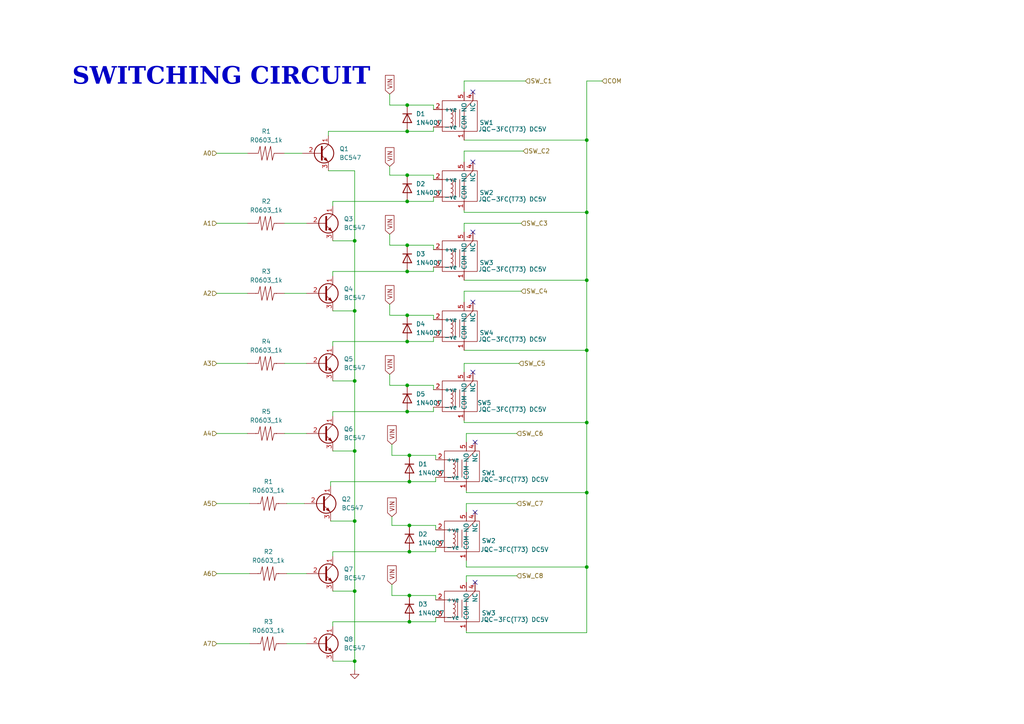
<source format=kicad_sch>
(kicad_sch (version 20230121) (generator eeschema)

  (uuid a9c3d668-0099-4eca-9eb8-26c7eeb7929e)

  (paper "A4")

  (title_block
    (title "Displacement power factor correction - SWITCHING CIRCUIT")
    (date "2024-03-05")
    (rev "V0B")
    (company "Electrical and Electronics Engineering - NMAMIT Nitte")
  )

  (lib_symbols
    (symbol "Diode:1N4007" (pin_numbers hide) (pin_names hide) (in_bom yes) (on_board yes)
      (property "Reference" "D" (at 0 2.54 0)
        (effects (font (size 1.27 1.27)))
      )
      (property "Value" "1N4007" (at 0 -2.54 0)
        (effects (font (size 1.27 1.27)))
      )
      (property "Footprint" "Diode_THT:D_DO-41_SOD81_P10.16mm_Horizontal" (at 0 -4.445 0)
        (effects (font (size 1.27 1.27)) hide)
      )
      (property "Datasheet" "http://www.vishay.com/docs/88503/1n4001.pdf" (at 0 0 0)
        (effects (font (size 1.27 1.27)) hide)
      )
      (property "Sim.Device" "D" (at 0 0 0)
        (effects (font (size 1.27 1.27)) hide)
      )
      (property "Sim.Pins" "1=K 2=A" (at 0 0 0)
        (effects (font (size 1.27 1.27)) hide)
      )
      (property "ki_keywords" "diode" (at 0 0 0)
        (effects (font (size 1.27 1.27)) hide)
      )
      (property "ki_description" "1000V 1A General Purpose Rectifier Diode, DO-41" (at 0 0 0)
        (effects (font (size 1.27 1.27)) hide)
      )
      (property "ki_fp_filters" "D*DO?41*" (at 0 0 0)
        (effects (font (size 1.27 1.27)) hide)
      )
      (symbol "1N4007_0_1"
        (polyline
          (pts
            (xy -1.27 1.27)
            (xy -1.27 -1.27)
          )
          (stroke (width 0.254) (type default))
          (fill (type none))
        )
        (polyline
          (pts
            (xy 1.27 0)
            (xy -1.27 0)
          )
          (stroke (width 0) (type default))
          (fill (type none))
        )
        (polyline
          (pts
            (xy 1.27 1.27)
            (xy 1.27 -1.27)
            (xy -1.27 0)
            (xy 1.27 1.27)
          )
          (stroke (width 0.254) (type default))
          (fill (type none))
        )
      )
      (symbol "1N4007_1_1"
        (pin passive line (at -3.81 0 0) (length 2.54)
          (name "K" (effects (font (size 1.27 1.27))))
          (number "1" (effects (font (size 1.27 1.27))))
        )
        (pin passive line (at 3.81 0 180) (length 2.54)
          (name "A" (effects (font (size 1.27 1.27))))
          (number "2" (effects (font (size 1.27 1.27))))
        )
      )
    )
    (symbol "Relay:JQC-3FC(T73)_DC5V" (in_bom yes) (on_board yes)
      (property "Reference" "SW" (at 8.89 -5.08 0)
        (effects (font (size 1.27 1.27)))
      )
      (property "Value" "JQC-3FC(T73) DC5V" (at 16.51 -7.62 0)
        (effects (font (size 1.27 1.27)))
      )
      (property "Footprint" "Custom Library:JQC-3FC(T73) DC5V" (at 5.08 -13.97 0)
        (effects (font (size 1.27 1.27)) hide)
      )
      (property "Datasheet" "" (at 0 0 0)
        (effects (font (size 1.27 1.27)) hide)
      )
      (symbol "JQC-3FC(T73)_DC5V_0_1"
        (rectangle (start -2.54 5.08) (end 7.62 -3.81)
          (stroke (width 0) (type default))
          (fill (type none))
        )
        (arc (start 0 -2.54) (mid 0.5843 -1.905) (end 0 -1.27)
          (stroke (width 0) (type default))
          (fill (type none))
        )
        (arc (start 0 -1.27) (mid 0.6238 -0.635) (end 0 0)
          (stroke (width 0) (type default))
          (fill (type none))
        )
        (polyline
          (pts
            (xy -2.54 -2.54)
            (xy 0 -2.54)
          )
          (stroke (width 0) (type default))
          (fill (type none))
        )
        (polyline
          (pts
            (xy -2.54 2.54)
            (xy 0 2.54)
          )
          (stroke (width 0) (type default))
          (fill (type none))
        )
        (polyline
          (pts
            (xy 1.27 2.54)
            (xy 1.27 -2.54)
          )
          (stroke (width 0) (type default))
          (fill (type none))
        )
        (polyline
          (pts
            (xy 2.54 2.54)
            (xy 2.54 -2.54)
          )
          (stroke (width 0) (type default))
          (fill (type none))
        )
        (polyline
          (pts
            (xy 3.81 -3.81)
            (xy 3.81 2.54)
            (xy 6.35 5.08)
          )
          (stroke (width 0) (type default))
          (fill (type none))
        )
        (arc (start 0 0) (mid 0.6158 0.635) (end 0 1.27)
          (stroke (width 0) (type default))
          (fill (type none))
        )
        (arc (start 0 1.27) (mid 0.6238 1.905) (end 0 2.54)
          (stroke (width 0) (type default))
          (fill (type none))
        )
      )
      (symbol "JQC-3FC(T73)_DC5V_1_1"
        (pin bidirectional line (at 3.81 -6.35 90) (length 2.54)
          (name "COM" (effects (font (size 1.27 1.27))))
          (number "1" (effects (font (size 1.27 1.27))))
        )
        (pin input line (at -5.08 2.54 0) (length 2.54)
          (name "+ve" (effects (font (size 1.27 1.27))))
          (number "2" (effects (font (size 1.27 1.27))))
        )
        (pin input line (at -5.08 -2.54 0) (length 2.54)
          (name "-ve" (effects (font (size 1.27 1.27))))
          (number "3" (effects (font (size 1.27 1.27))))
        )
        (pin bidirectional line (at 6.35 7.62 270) (length 2.54)
          (name "NC" (effects (font (size 1.27 1.27))))
          (number "4" (effects (font (size 1.27 1.27))))
        )
        (pin bidirectional line (at 3.81 7.62 270) (length 2.54)
          (name "NO" (effects (font (size 1.27 1.27))))
          (number "5" (effects (font (size 1.27 1.27))))
        )
      )
    )
    (symbol "Resistors:R0603_1k" (pin_numbers hide) (pin_names hide) (in_bom yes) (on_board yes)
      (property "Reference" "R" (at 0 11.43 0)
        (effects (font (size 1.27 1.27)))
      )
      (property "Value" "R0603_1k" (at 0 8.89 0)
        (effects (font (size 1.27 1.27)))
      )
      (property "Footprint" "Resistor_SMD:R_0603_1608Metric" (at 1.27 5.08 0)
        (effects (font (size 1.27 1.27)) hide)
      )
      (property "Datasheet" "" (at 1.27 3.81 0)
        (effects (font (size 1.27 1.27)) hide)
      )
      (symbol "R0603_1k_0_1"
        (polyline
          (pts
            (xy -2.54 0)
            (xy -3.302 0)
          )
          (stroke (width 0) (type default))
          (fill (type none))
        )
        (polyline
          (pts
            (xy 2.032 0)
            (xy 2.794 0)
          )
          (stroke (width 0) (type default))
          (fill (type none))
        )
        (polyline
          (pts
            (xy -2.54 0)
            (xy -2.032 2.032)
            (xy -1.524 -2.032)
            (xy -1.016 0)
          )
          (stroke (width 0) (type default))
          (fill (type none))
        )
        (polyline
          (pts
            (xy -1.016 0)
            (xy -0.508 2.032)
            (xy 0 -2.032)
            (xy 0.508 0)
          )
          (stroke (width 0) (type default))
          (fill (type none))
        )
        (polyline
          (pts
            (xy 0.508 0)
            (xy 1.016 2.032)
            (xy 1.524 -2.032)
            (xy 2.032 0)
          )
          (stroke (width 0) (type default))
          (fill (type none))
        )
      )
      (symbol "R0603_1k_1_1"
        (pin bidirectional line (at -5.715 0 0) (length 2.54)
          (name "1" (effects (font (size 1.27 1.27))))
          (number "1" (effects (font (size 1.27 1.27))))
        )
        (pin bidirectional line (at 5.08 0 180) (length 2.54)
          (name "2" (effects (font (size 1.27 1.27))))
          (number "2" (effects (font (size 1.27 1.27))))
        )
      )
    )
    (symbol "Transistor_BJT:BC547" (pin_names (offset 0) hide) (in_bom yes) (on_board yes)
      (property "Reference" "Q" (at 5.08 1.905 0)
        (effects (font (size 1.27 1.27)) (justify left))
      )
      (property "Value" "BC547" (at 5.08 0 0)
        (effects (font (size 1.27 1.27)) (justify left))
      )
      (property "Footprint" "Package_TO_SOT_THT:TO-92_Inline" (at 5.08 -1.905 0)
        (effects (font (size 1.27 1.27) italic) (justify left) hide)
      )
      (property "Datasheet" "https://www.onsemi.com/pub/Collateral/BC550-D.pdf" (at 0 0 0)
        (effects (font (size 1.27 1.27)) (justify left) hide)
      )
      (property "ki_keywords" "NPN Transistor" (at 0 0 0)
        (effects (font (size 1.27 1.27)) hide)
      )
      (property "ki_description" "0.1A Ic, 45V Vce, Small Signal NPN Transistor, TO-92" (at 0 0 0)
        (effects (font (size 1.27 1.27)) hide)
      )
      (property "ki_fp_filters" "TO?92*" (at 0 0 0)
        (effects (font (size 1.27 1.27)) hide)
      )
      (symbol "BC547_0_1"
        (polyline
          (pts
            (xy 0 0)
            (xy 0.635 0)
          )
          (stroke (width 0) (type default))
          (fill (type none))
        )
        (polyline
          (pts
            (xy 0.635 0.635)
            (xy 2.54 2.54)
          )
          (stroke (width 0) (type default))
          (fill (type none))
        )
        (polyline
          (pts
            (xy 0.635 -0.635)
            (xy 2.54 -2.54)
            (xy 2.54 -2.54)
          )
          (stroke (width 0) (type default))
          (fill (type none))
        )
        (polyline
          (pts
            (xy 0.635 1.905)
            (xy 0.635 -1.905)
            (xy 0.635 -1.905)
          )
          (stroke (width 0.508) (type default))
          (fill (type none))
        )
        (polyline
          (pts
            (xy 1.27 -1.778)
            (xy 1.778 -1.27)
            (xy 2.286 -2.286)
            (xy 1.27 -1.778)
            (xy 1.27 -1.778)
          )
          (stroke (width 0) (type default))
          (fill (type outline))
        )
        (circle (center 1.27 0) (radius 2.8194)
          (stroke (width 0.254) (type default))
          (fill (type none))
        )
      )
      (symbol "BC547_1_1"
        (pin passive line (at 2.54 5.08 270) (length 2.54)
          (name "C" (effects (font (size 1.27 1.27))))
          (number "1" (effects (font (size 1.27 1.27))))
        )
        (pin input line (at -5.08 0 0) (length 5.08)
          (name "B" (effects (font (size 1.27 1.27))))
          (number "2" (effects (font (size 1.27 1.27))))
        )
        (pin passive line (at 2.54 -5.08 90) (length 2.54)
          (name "E" (effects (font (size 1.27 1.27))))
          (number "3" (effects (font (size 1.27 1.27))))
        )
      )
    )
    (symbol "power:GND" (power) (pin_names (offset 0)) (in_bom yes) (on_board yes)
      (property "Reference" "#PWR" (at 0 -6.35 0)
        (effects (font (size 1.27 1.27)) hide)
      )
      (property "Value" "GND" (at 0 -3.81 0)
        (effects (font (size 1.27 1.27)))
      )
      (property "Footprint" "" (at 0 0 0)
        (effects (font (size 1.27 1.27)) hide)
      )
      (property "Datasheet" "" (at 0 0 0)
        (effects (font (size 1.27 1.27)) hide)
      )
      (property "ki_keywords" "global power" (at 0 0 0)
        (effects (font (size 1.27 1.27)) hide)
      )
      (property "ki_description" "Power symbol creates a global label with name \"GND\" , ground" (at 0 0 0)
        (effects (font (size 1.27 1.27)) hide)
      )
      (symbol "GND_0_1"
        (polyline
          (pts
            (xy 0 0)
            (xy 0 -1.27)
            (xy 1.27 -1.27)
            (xy 0 -2.54)
            (xy -1.27 -1.27)
            (xy 0 -1.27)
          )
          (stroke (width 0) (type default))
          (fill (type none))
        )
      )
      (symbol "GND_1_1"
        (pin power_in line (at 0 0 270) (length 0) hide
          (name "GND" (effects (font (size 1.27 1.27))))
          (number "1" (effects (font (size 1.27 1.27))))
        )
      )
    )
  )

  (junction (at 118.11 91.44) (diameter 0) (color 0 0 0 0)
    (uuid 0a3da7d9-849e-4360-a8b8-2d1067cfbc31)
  )
  (junction (at 170.18 101.6) (diameter 0) (color 0 0 0 0)
    (uuid 0eb85aec-5c4f-4907-b184-dd379435e7e2)
  )
  (junction (at 118.11 58.42) (diameter 0) (color 0 0 0 0)
    (uuid 11486393-eff6-4858-935f-21046a342871)
  )
  (junction (at 170.18 81.28) (diameter 0) (color 0 0 0 0)
    (uuid 30257450-e58e-491d-a6fd-c539acefa3f4)
  )
  (junction (at 118.11 99.06) (diameter 0) (color 0 0 0 0)
    (uuid 3b84bca0-317f-498e-ae37-4fb587140410)
  )
  (junction (at 102.87 191.77) (diameter 0) (color 0 0 0 0)
    (uuid 42b0ad70-40d5-4c72-8c60-7bb0c8e6f628)
  )
  (junction (at 102.87 130.81) (diameter 0) (color 0 0 0 0)
    (uuid 557a126f-18d7-4e07-be91-b88792995358)
  )
  (junction (at 102.87 171.45) (diameter 0) (color 0 0 0 0)
    (uuid 5ddbf0d0-f37b-4632-b876-067c4e87967d)
  )
  (junction (at 118.11 50.8) (diameter 0) (color 0 0 0 0)
    (uuid 66c53a17-c5fa-4ae1-badd-0f864c8eff40)
  )
  (junction (at 118.11 111.76) (diameter 0) (color 0 0 0 0)
    (uuid 79dff646-554f-46cc-af10-72d0e14eeefa)
  )
  (junction (at 118.11 30.48) (diameter 0) (color 0 0 0 0)
    (uuid 8ce84f45-9192-4f11-8700-a3732768df0e)
  )
  (junction (at 170.18 122.555) (diameter 0) (color 0 0 0 0)
    (uuid 8e22094b-a606-4812-b2ce-5424b87d1c49)
  )
  (junction (at 170.18 164.465) (diameter 0) (color 0 0 0 0)
    (uuid a02d35ef-4f46-485b-9988-5b7acc97b758)
  )
  (junction (at 102.87 151.13) (diameter 0) (color 0 0 0 0)
    (uuid a77bc0d2-9e9f-47f6-bc6e-65ae30c4c673)
  )
  (junction (at 118.745 152.4) (diameter 0) (color 0 0 0 0)
    (uuid a9de0dd7-550e-43cd-b62f-89a96e83b0cc)
  )
  (junction (at 170.18 142.875) (diameter 0) (color 0 0 0 0)
    (uuid aad47ef3-32eb-4c5f-807f-82b5e5fec9e2)
  )
  (junction (at 170.18 61.595) (diameter 0) (color 0 0 0 0)
    (uuid b6bada44-a6a9-4f07-823f-291a47390946)
  )
  (junction (at 118.11 71.12) (diameter 0) (color 0 0 0 0)
    (uuid c13dd5ba-0b74-40bd-aa67-d014425a6ebf)
  )
  (junction (at 170.18 40.64) (diameter 0) (color 0 0 0 0)
    (uuid c1a5aecc-b0fa-4c46-b927-651a10319569)
  )
  (junction (at 118.11 38.1) (diameter 0) (color 0 0 0 0)
    (uuid c4fc316d-9865-4c3b-bc1e-c88a732ef9a3)
  )
  (junction (at 118.745 160.02) (diameter 0) (color 0 0 0 0)
    (uuid cb3e79ee-0765-4959-b8a6-4d3530109acb)
  )
  (junction (at 102.87 69.85) (diameter 0) (color 0 0 0 0)
    (uuid d52e072a-66c4-4ca8-ad5b-bb6a13b836b4)
  )
  (junction (at 102.87 90.17) (diameter 0) (color 0 0 0 0)
    (uuid d8b0b3bb-496c-4a4a-ba2a-4fd4df027399)
  )
  (junction (at 118.11 78.74) (diameter 0) (color 0 0 0 0)
    (uuid e570970e-47ea-489f-8b6f-782343f94d93)
  )
  (junction (at 118.11 119.38) (diameter 0) (color 0 0 0 0)
    (uuid ee7c033d-e643-497f-bd12-1a5afc591b23)
  )
  (junction (at 118.745 172.72) (diameter 0) (color 0 0 0 0)
    (uuid ef43ab38-86f1-4fad-b091-eb74b072b4d4)
  )
  (junction (at 118.745 180.34) (diameter 0) (color 0 0 0 0)
    (uuid f0a39106-9fe0-4b54-965a-80d1b0035159)
  )
  (junction (at 102.87 110.49) (diameter 0) (color 0 0 0 0)
    (uuid f371a073-e4a1-4c5c-bb87-89c4ee62f2ad)
  )
  (junction (at 118.745 139.7) (diameter 0) (color 0 0 0 0)
    (uuid f8c51f5d-e662-431e-a333-de573f859071)
  )
  (junction (at 118.745 132.08) (diameter 0) (color 0 0 0 0)
    (uuid fef56c2d-5694-4417-9c52-54adac56671f)
  )

  (no_connect (at 137.16 87.63) (uuid 10ece4b4-ff92-44af-8441-01ad6bf97478))
  (no_connect (at 137.16 26.67) (uuid 6205bfbd-85f1-4bba-8c2c-ed2ea0974653))
  (no_connect (at 137.795 148.59) (uuid 84210dd8-205d-43e2-9df5-9e1b3d5cb5a4))
  (no_connect (at 137.16 67.31) (uuid 8f6c7b80-628a-4335-b579-0c38f3e97b24))
  (no_connect (at 137.795 168.91) (uuid a9897280-e672-408e-b615-45c960ba5745))
  (no_connect (at 137.16 107.95) (uuid ae501806-eab9-4f44-9721-8fb3dccc83e4))
  (no_connect (at 137.795 128.27) (uuid b91b644b-82d1-4eaa-b0ae-7b64f4eb7e65))
  (no_connect (at 137.16 46.99) (uuid fc82968b-8577-4679-8175-794398b653cf))

  (wire (pts (xy 96.52 69.85) (xy 102.87 69.85))
    (stroke (width 0) (type default))
    (uuid 01eaaed8-63c9-4f05-86d1-c055f650fa81)
  )
  (wire (pts (xy 126.365 172.72) (xy 126.365 173.99))
    (stroke (width 0) (type default))
    (uuid 03604ae5-39a5-42b1-9b14-b53bd7d7bd50)
  )
  (wire (pts (xy 135.255 142.875) (xy 135.255 142.24))
    (stroke (width 0) (type default))
    (uuid 05576e43-096b-4348-b046-c8ae6b235ca2)
  )
  (wire (pts (xy 135.255 162.56) (xy 135.255 164.465))
    (stroke (width 0) (type default))
    (uuid 07370ec9-63a5-46f5-bbfe-71e58cb89f1a)
  )
  (wire (pts (xy 62.865 186.69) (xy 72.39 186.69))
    (stroke (width 0) (type default))
    (uuid 0925c174-eb10-45db-ab1a-6c28cec79311)
  )
  (wire (pts (xy 113.665 169.545) (xy 113.665 172.72))
    (stroke (width 0) (type default))
    (uuid 0d67f27c-ac29-401b-882f-d7e95333f301)
  )
  (wire (pts (xy 170.18 23.495) (xy 170.18 40.64))
    (stroke (width 0) (type default))
    (uuid 0daa2ac0-2f6a-49d9-807a-876c3da26efa)
  )
  (wire (pts (xy 118.745 152.4) (xy 126.365 152.4))
    (stroke (width 0) (type default))
    (uuid 0f3f385b-355d-4082-8890-d0cc5d238f96)
  )
  (wire (pts (xy 96.52 59.69) (xy 96.52 58.42))
    (stroke (width 0) (type default))
    (uuid 0fd18c43-ef45-4471-b000-2f950dfb7a67)
  )
  (wire (pts (xy 134.62 122.555) (xy 134.62 121.92))
    (stroke (width 0) (type default))
    (uuid 11e83c64-aa50-455f-bad3-4b353c6897cb)
  )
  (wire (pts (xy 113.665 149.86) (xy 113.665 152.4))
    (stroke (width 0) (type default))
    (uuid 12c0fa55-0858-412b-b6ef-9986b54d3d6e)
  )
  (wire (pts (xy 96.52 171.45) (xy 102.87 171.45))
    (stroke (width 0) (type default))
    (uuid 133528e1-03f9-4911-9e5c-ff7a3f58e9b2)
  )
  (wire (pts (xy 170.18 61.595) (xy 170.18 81.28))
    (stroke (width 0) (type default))
    (uuid 13abf91b-aaec-41b6-9b27-e595cd2e195a)
  )
  (wire (pts (xy 96.52 100.33) (xy 96.52 99.06))
    (stroke (width 0) (type default))
    (uuid 1630fff7-ae19-4748-8086-5e52046041f2)
  )
  (wire (pts (xy 118.11 50.8) (xy 125.73 50.8))
    (stroke (width 0) (type default))
    (uuid 1801a5a1-64f6-4b10-a554-907aeee8401e)
  )
  (wire (pts (xy 95.885 139.7) (xy 118.745 139.7))
    (stroke (width 0) (type default))
    (uuid 199d839e-eaa5-435d-a713-50d3e30b8a76)
  )
  (wire (pts (xy 96.52 80.01) (xy 96.52 78.74))
    (stroke (width 0) (type default))
    (uuid 1ce72bb6-f935-47ee-9e0f-3854c9bff587)
  )
  (wire (pts (xy 62.865 85.09) (xy 71.755 85.09))
    (stroke (width 0) (type default))
    (uuid 1de1d470-99b5-411e-b0e4-bc467664777e)
  )
  (wire (pts (xy 102.87 90.17) (xy 102.87 110.49))
    (stroke (width 0) (type default))
    (uuid 22035779-b02e-4e8e-ae19-5882cc28475f)
  )
  (wire (pts (xy 113.03 71.12) (xy 118.11 71.12))
    (stroke (width 0) (type default))
    (uuid 24fc43a9-6acb-494f-bcb1-a8c4988ad916)
  )
  (wire (pts (xy 125.73 118.11) (xy 125.73 119.38))
    (stroke (width 0) (type default))
    (uuid 265443fe-bcee-468c-9ec1-7a0fdf0ef31d)
  )
  (wire (pts (xy 170.18 101.6) (xy 170.18 122.555))
    (stroke (width 0) (type default))
    (uuid 267d6365-6e80-4f6c-846a-c6bc5015e738)
  )
  (wire (pts (xy 62.865 125.73) (xy 71.755 125.73))
    (stroke (width 0) (type default))
    (uuid 2ad3ef5b-366e-484f-bdf3-a55e9a30fc0f)
  )
  (wire (pts (xy 102.87 191.77) (xy 102.87 194.31))
    (stroke (width 0) (type default))
    (uuid 2c061d99-296c-4f6f-85c7-9ba17539802a)
  )
  (wire (pts (xy 135.255 146.05) (xy 135.255 148.59))
    (stroke (width 0) (type default))
    (uuid 2d39a16c-98d5-4d22-bdef-ffc182294bed)
  )
  (wire (pts (xy 135.255 183.515) (xy 170.18 183.515))
    (stroke (width 0) (type default))
    (uuid 33db8c10-b86d-4b82-bc9b-7c7df7d469de)
  )
  (wire (pts (xy 125.73 91.44) (xy 125.73 92.71))
    (stroke (width 0) (type default))
    (uuid 33fa6556-6180-4d36-92d2-3af8ec252e7d)
  )
  (wire (pts (xy 96.52 99.06) (xy 118.11 99.06))
    (stroke (width 0) (type default))
    (uuid 35ee65e3-353a-40ec-96ba-1e08b8fdcc93)
  )
  (wire (pts (xy 125.73 71.12) (xy 125.73 72.39))
    (stroke (width 0) (type default))
    (uuid 36d4e3ce-bd13-463b-af4b-e884e296fd88)
  )
  (wire (pts (xy 134.62 64.77) (xy 134.62 67.31))
    (stroke (width 0) (type default))
    (uuid 38cc6f93-4017-4900-bdd4-2e98e5c6720f)
  )
  (wire (pts (xy 135.255 183.515) (xy 135.255 182.88))
    (stroke (width 0) (type default))
    (uuid 394ddbe7-5765-4e49-9ef8-c2f42aad3e2c)
  )
  (wire (pts (xy 96.52 181.61) (xy 96.52 180.34))
    (stroke (width 0) (type default))
    (uuid 39a9ae85-4cd4-4145-bdfa-1d7b0dbf0929)
  )
  (wire (pts (xy 118.11 99.06) (xy 125.73 99.06))
    (stroke (width 0) (type default))
    (uuid 3b0ced32-7bd2-44e4-9baa-9234d0ec5949)
  )
  (wire (pts (xy 102.87 110.49) (xy 102.87 130.81))
    (stroke (width 0) (type default))
    (uuid 3e48d509-a981-4bff-aaeb-ec1a430f1487)
  )
  (wire (pts (xy 134.62 84.455) (xy 151.13 84.455))
    (stroke (width 0) (type default))
    (uuid 411b079a-fc6c-4635-9a1b-75e1530d3a13)
  )
  (wire (pts (xy 118.11 91.44) (xy 125.73 91.44))
    (stroke (width 0) (type default))
    (uuid 424dde1d-a722-4790-aefe-e1d0010661b5)
  )
  (wire (pts (xy 102.87 151.13) (xy 102.87 171.45))
    (stroke (width 0) (type default))
    (uuid 451e86ee-8445-4d5f-bb39-a4e0348b28f7)
  )
  (wire (pts (xy 135.255 167.005) (xy 135.255 168.91))
    (stroke (width 0) (type default))
    (uuid 474e91a6-5a64-4e6f-90f3-de3f187caacb)
  )
  (wire (pts (xy 170.18 81.28) (xy 170.18 101.6))
    (stroke (width 0) (type default))
    (uuid 474ea4f0-9d42-4c42-ae3c-86ed35e6747e)
  )
  (wire (pts (xy 126.365 138.43) (xy 126.365 139.7))
    (stroke (width 0) (type default))
    (uuid 48c0fff7-d711-4853-b493-b11e6669d195)
  )
  (wire (pts (xy 134.62 26.67) (xy 134.62 23.495))
    (stroke (width 0) (type default))
    (uuid 494d5211-197d-45be-9a68-616212d53695)
  )
  (wire (pts (xy 102.87 110.49) (xy 96.52 110.49))
    (stroke (width 0) (type default))
    (uuid 4a582f4b-1b62-4a89-a3bd-71376fb6aaf7)
  )
  (wire (pts (xy 118.745 160.02) (xy 126.365 160.02))
    (stroke (width 0) (type default))
    (uuid 4b042b9e-e0e3-4ffd-b9fc-4f2c96c02c88)
  )
  (wire (pts (xy 83.185 146.05) (xy 88.265 146.05))
    (stroke (width 0) (type default))
    (uuid 4b7e3e35-782c-4e91-ba75-61c9ed36d204)
  )
  (wire (pts (xy 134.62 61.595) (xy 170.18 61.595))
    (stroke (width 0) (type default))
    (uuid 4c1388a8-de65-496d-afb8-d9d75736c034)
  )
  (wire (pts (xy 113.665 128.905) (xy 113.665 132.08))
    (stroke (width 0) (type default))
    (uuid 4c37adac-80ef-4845-8617-791f6ad3e2d8)
  )
  (wire (pts (xy 118.11 38.1) (xy 125.73 38.1))
    (stroke (width 0) (type default))
    (uuid 5244be88-aeaf-4334-bb33-1a159b866783)
  )
  (wire (pts (xy 135.255 125.73) (xy 149.86 125.73))
    (stroke (width 0) (type default))
    (uuid 551b2500-1759-4483-ae09-ba7aaf48b7e4)
  )
  (wire (pts (xy 82.55 85.09) (xy 88.9 85.09))
    (stroke (width 0) (type default))
    (uuid 5566b8db-8f2a-4b04-abe7-cb126c5aefed)
  )
  (wire (pts (xy 118.745 132.08) (xy 126.365 132.08))
    (stroke (width 0) (type default))
    (uuid 5834f1d6-a7f7-4178-82f2-cee68741ba42)
  )
  (wire (pts (xy 95.25 38.1) (xy 118.11 38.1))
    (stroke (width 0) (type default))
    (uuid 5984d398-20b8-40d8-b565-a8f7541807e8)
  )
  (wire (pts (xy 96.52 119.38) (xy 118.11 119.38))
    (stroke (width 0) (type default))
    (uuid 5a4111eb-ed39-4ad3-b5a7-d366eba8323f)
  )
  (wire (pts (xy 170.18 23.495) (xy 174.625 23.495))
    (stroke (width 0) (type default))
    (uuid 5ef4a52c-fc82-4bd8-bd60-24d5d12cd945)
  )
  (wire (pts (xy 82.55 105.41) (xy 88.9 105.41))
    (stroke (width 0) (type default))
    (uuid 6420cc28-3799-4212-be91-0f70a22f4eac)
  )
  (wire (pts (xy 96.52 58.42) (xy 118.11 58.42))
    (stroke (width 0) (type default))
    (uuid 6516038e-3685-446c-a8db-b25f486dc13f)
  )
  (wire (pts (xy 102.87 130.81) (xy 102.87 151.13))
    (stroke (width 0) (type default))
    (uuid 65752850-06f9-4f4c-95ba-d4b578ff93b9)
  )
  (wire (pts (xy 118.11 30.48) (xy 125.73 30.48))
    (stroke (width 0) (type default))
    (uuid 66038378-7c05-4703-ab8d-ee10249ab7c6)
  )
  (wire (pts (xy 134.62 61.595) (xy 134.62 60.96))
    (stroke (width 0) (type default))
    (uuid 6613d7de-d229-4fb2-a99a-69a3557434d0)
  )
  (wire (pts (xy 102.87 171.45) (xy 102.87 191.77))
    (stroke (width 0) (type default))
    (uuid 6726d6a2-8cde-4d61-b85a-19d9d57767b9)
  )
  (wire (pts (xy 118.11 78.74) (xy 125.73 78.74))
    (stroke (width 0) (type default))
    (uuid 6abd311e-2dab-4f4e-832d-57d6a83529fd)
  )
  (wire (pts (xy 126.365 179.07) (xy 126.365 180.34))
    (stroke (width 0) (type default))
    (uuid 6b7432be-493e-4f79-84f1-1de9431dffb6)
  )
  (wire (pts (xy 118.11 111.76) (xy 125.73 111.76))
    (stroke (width 0) (type default))
    (uuid 6d5bdc3e-084b-4eeb-9247-9ef27b12ce46)
  )
  (wire (pts (xy 134.62 84.455) (xy 134.62 87.63))
    (stroke (width 0) (type default))
    (uuid 6e3c9087-ad00-499c-a6c4-84d799c2e842)
  )
  (wire (pts (xy 170.18 122.555) (xy 170.18 142.875))
    (stroke (width 0) (type default))
    (uuid 70065a6f-20f0-48c5-a5f7-72321dfbb2d8)
  )
  (wire (pts (xy 96.52 120.65) (xy 96.52 119.38))
    (stroke (width 0) (type default))
    (uuid 70359cbe-4179-4601-8a38-a16b454878de)
  )
  (wire (pts (xy 113.03 88.265) (xy 113.03 91.44))
    (stroke (width 0) (type default))
    (uuid 70e2b398-d402-4925-bdda-255a2749f6e4)
  )
  (wire (pts (xy 83.185 166.37) (xy 88.9 166.37))
    (stroke (width 0) (type default))
    (uuid 7223c15f-ed7f-473c-83ef-b066fd84da34)
  )
  (wire (pts (xy 134.62 64.77) (xy 151.13 64.77))
    (stroke (width 0) (type default))
    (uuid 72ba5b2b-a4b9-447c-bc01-b86b93663b59)
  )
  (wire (pts (xy 62.865 146.05) (xy 72.39 146.05))
    (stroke (width 0) (type default))
    (uuid 7435d5d0-f512-44f1-b261-6de20dd522b2)
  )
  (wire (pts (xy 96.52 160.02) (xy 118.745 160.02))
    (stroke (width 0) (type default))
    (uuid 749de137-c205-4770-b509-3f716dadd57d)
  )
  (wire (pts (xy 135.255 164.465) (xy 170.18 164.465))
    (stroke (width 0) (type default))
    (uuid 75ce9413-db61-4cde-8078-89e36c0b38f9)
  )
  (wire (pts (xy 134.62 81.28) (xy 170.18 81.28))
    (stroke (width 0) (type default))
    (uuid 76922fed-11d5-4390-a1c1-64ae1c96e3c5)
  )
  (wire (pts (xy 102.87 191.77) (xy 96.52 191.77))
    (stroke (width 0) (type default))
    (uuid 7d0b024a-5075-4996-97b5-c16424f39262)
  )
  (wire (pts (xy 170.18 142.875) (xy 170.18 164.465))
    (stroke (width 0) (type default))
    (uuid 7fe261a9-b11a-4e1f-9210-75d757541ab4)
  )
  (wire (pts (xy 135.255 128.27) (xy 135.255 125.73))
    (stroke (width 0) (type default))
    (uuid 82d24d3d-2107-4430-961f-334bb68be4f9)
  )
  (wire (pts (xy 96.52 130.81) (xy 102.87 130.81))
    (stroke (width 0) (type default))
    (uuid 8b256484-36bd-491a-afa9-b560269d97bb)
  )
  (wire (pts (xy 113.03 108.585) (xy 113.03 111.76))
    (stroke (width 0) (type default))
    (uuid 8c480791-0b1a-4419-b165-0bdf19a3a76f)
  )
  (wire (pts (xy 126.365 160.02) (xy 126.365 158.75))
    (stroke (width 0) (type default))
    (uuid 8cd9ecb3-8d2c-41fb-b902-0ec860187f13)
  )
  (wire (pts (xy 118.11 71.12) (xy 125.73 71.12))
    (stroke (width 0) (type default))
    (uuid 90e0adf4-b836-45a2-aef0-775e3602b73b)
  )
  (wire (pts (xy 134.62 43.815) (xy 134.62 46.99))
    (stroke (width 0) (type default))
    (uuid 93188d14-f8bc-43b9-853a-78219dea88aa)
  )
  (wire (pts (xy 118.745 180.34) (xy 126.365 180.34))
    (stroke (width 0) (type default))
    (uuid 986652ff-23e7-4f23-bc17-8d9aa08a4bb3)
  )
  (wire (pts (xy 62.865 166.37) (xy 72.39 166.37))
    (stroke (width 0) (type default))
    (uuid 997ee920-a186-4219-a0e0-f9d1ad814c00)
  )
  (wire (pts (xy 118.11 119.38) (xy 125.73 119.38))
    (stroke (width 0) (type default))
    (uuid 998b9035-b84b-4432-88ea-77476f1052f0)
  )
  (wire (pts (xy 95.885 140.97) (xy 95.885 139.7))
    (stroke (width 0) (type default))
    (uuid 99e42774-9448-427c-a2ed-da6ac9648bf1)
  )
  (wire (pts (xy 135.255 167.005) (xy 149.86 167.005))
    (stroke (width 0) (type default))
    (uuid 99f44528-958e-4196-b21f-91e9b904f6d8)
  )
  (wire (pts (xy 118.11 58.42) (xy 125.73 58.42))
    (stroke (width 0) (type default))
    (uuid 9a45b97b-3594-4c7e-bfc2-4331cde82f03)
  )
  (wire (pts (xy 102.87 90.17) (xy 96.52 90.17))
    (stroke (width 0) (type default))
    (uuid 9b7919a2-dc01-4f8a-a526-2cf110bbecb2)
  )
  (wire (pts (xy 113.03 48.26) (xy 113.03 50.8))
    (stroke (width 0) (type default))
    (uuid 9cb15afa-039c-4f15-bbce-c7e75b466b3f)
  )
  (wire (pts (xy 102.87 49.53) (xy 102.87 69.85))
    (stroke (width 0) (type default))
    (uuid 9fd39853-273c-444d-ba40-ca877f6b3a05)
  )
  (wire (pts (xy 125.73 36.83) (xy 125.73 38.1))
    (stroke (width 0) (type default))
    (uuid a0890eab-de64-43ea-9d31-b8f805c868dc)
  )
  (wire (pts (xy 125.73 58.42) (xy 125.73 57.15))
    (stroke (width 0) (type default))
    (uuid a4052fb8-0f4e-407a-899b-c5f91970b726)
  )
  (wire (pts (xy 96.52 78.74) (xy 118.11 78.74))
    (stroke (width 0) (type default))
    (uuid a4092ca9-0fe7-4d99-88f2-046316a09617)
  )
  (wire (pts (xy 113.665 132.08) (xy 118.745 132.08))
    (stroke (width 0) (type default))
    (uuid a66f7b7a-c57d-4653-bd46-7eb9a9a9edd1)
  )
  (wire (pts (xy 95.25 49.53) (xy 102.87 49.53))
    (stroke (width 0) (type default))
    (uuid aa62eeb1-2b6e-41e1-9eaa-d16c6043f82f)
  )
  (wire (pts (xy 113.03 111.76) (xy 118.11 111.76))
    (stroke (width 0) (type default))
    (uuid aabc0400-e36a-4961-9aa8-1260d85deec8)
  )
  (wire (pts (xy 126.365 132.08) (xy 126.365 133.35))
    (stroke (width 0) (type default))
    (uuid aad3f31a-1b57-405c-bc5b-6d48b4195683)
  )
  (wire (pts (xy 126.365 152.4) (xy 126.365 153.67))
    (stroke (width 0) (type default))
    (uuid af60f0dc-cc70-4e2c-a038-686b1048120b)
  )
  (wire (pts (xy 96.52 180.34) (xy 118.745 180.34))
    (stroke (width 0) (type default))
    (uuid af8404cb-6952-4152-8659-409e8ee7fe54)
  )
  (wire (pts (xy 62.865 64.77) (xy 71.755 64.77))
    (stroke (width 0) (type default))
    (uuid afa31b55-c094-4735-8b14-223923a50132)
  )
  (wire (pts (xy 102.87 69.85) (xy 102.87 90.17))
    (stroke (width 0) (type default))
    (uuid b0210b2b-edaa-47f1-b6d7-d66ec8b8e626)
  )
  (wire (pts (xy 82.55 125.73) (xy 88.9 125.73))
    (stroke (width 0) (type default))
    (uuid b21009e7-1d52-45dc-bb8e-4fe0cd326312)
  )
  (wire (pts (xy 82.55 64.77) (xy 88.9 64.77))
    (stroke (width 0) (type default))
    (uuid b59e5bbe-01e7-454d-b9bb-927ef9e4e1f1)
  )
  (wire (pts (xy 62.865 44.45) (xy 71.755 44.45))
    (stroke (width 0) (type default))
    (uuid b76a435b-ed38-47ed-850e-468a0071c820)
  )
  (wire (pts (xy 62.865 105.41) (xy 71.755 105.41))
    (stroke (width 0) (type default))
    (uuid bb7b09b9-58d7-4c61-ad9a-97ff4e309a29)
  )
  (wire (pts (xy 113.03 27.305) (xy 113.03 30.48))
    (stroke (width 0) (type default))
    (uuid be4a112e-91ce-4406-9668-3283abba44a7)
  )
  (wire (pts (xy 125.73 97.79) (xy 125.73 99.06))
    (stroke (width 0) (type default))
    (uuid c008fbc5-e430-4000-b138-451a7da99e74)
  )
  (wire (pts (xy 113.665 152.4) (xy 118.745 152.4))
    (stroke (width 0) (type default))
    (uuid c160a45d-ec45-46f5-b773-48df53f6c9ac)
  )
  (wire (pts (xy 113.03 91.44) (xy 118.11 91.44))
    (stroke (width 0) (type default))
    (uuid c351fd2c-89dd-47d9-abb6-0c5669d80f19)
  )
  (wire (pts (xy 170.18 40.64) (xy 170.18 61.595))
    (stroke (width 0) (type default))
    (uuid c4d77d5f-c3e0-4a39-88fa-b251dc4ce9d0)
  )
  (wire (pts (xy 113.03 67.945) (xy 113.03 71.12))
    (stroke (width 0) (type default))
    (uuid c685f615-0e1e-4efa-94a6-94d57cfeedcf)
  )
  (wire (pts (xy 83.185 186.69) (xy 88.9 186.69))
    (stroke (width 0) (type default))
    (uuid c6a7d1df-c29b-4cf2-b942-f5d7169ac9e7)
  )
  (wire (pts (xy 118.745 172.72) (xy 126.365 172.72))
    (stroke (width 0) (type default))
    (uuid c8fb41b2-79cd-41e7-bb26-1e5b50bcad82)
  )
  (wire (pts (xy 113.03 30.48) (xy 118.11 30.48))
    (stroke (width 0) (type default))
    (uuid cac28253-d71f-4c64-99d3-0499da4df94d)
  )
  (wire (pts (xy 134.62 23.495) (xy 152.4 23.495))
    (stroke (width 0) (type default))
    (uuid cc79ffd1-dd67-421b-832d-677cb46dd1a2)
  )
  (wire (pts (xy 134.62 43.815) (xy 151.765 43.815))
    (stroke (width 0) (type default))
    (uuid e21c16b6-fd62-4fca-b1df-ee9a4b7694e1)
  )
  (wire (pts (xy 134.62 101.6) (xy 170.18 101.6))
    (stroke (width 0) (type default))
    (uuid e2f0c236-32d9-42fa-9462-7706b5776822)
  )
  (wire (pts (xy 135.255 146.05) (xy 149.86 146.05))
    (stroke (width 0) (type default))
    (uuid e54b0bbe-efce-4225-b171-fd4c15f1cfbb)
  )
  (wire (pts (xy 95.25 39.37) (xy 95.25 38.1))
    (stroke (width 0) (type default))
    (uuid e65eaee5-63b2-49f3-a539-0c7c8f3255c7)
  )
  (wire (pts (xy 82.55 44.45) (xy 87.63 44.45))
    (stroke (width 0) (type default))
    (uuid eb11acf7-a4f6-4807-a310-149c4aef228a)
  )
  (wire (pts (xy 134.62 122.555) (xy 170.18 122.555))
    (stroke (width 0) (type default))
    (uuid eb25c8e1-f8ad-4d21-bc45-d7bc56dc464d)
  )
  (wire (pts (xy 125.73 77.47) (xy 125.73 78.74))
    (stroke (width 0) (type default))
    (uuid ec6bdaae-cef5-4958-acb4-aaec55e282e9)
  )
  (wire (pts (xy 134.62 105.41) (xy 134.62 107.95))
    (stroke (width 0) (type default))
    (uuid ed2fc0e8-0572-4042-9689-a5e68409b47f)
  )
  (wire (pts (xy 96.52 161.29) (xy 96.52 160.02))
    (stroke (width 0) (type default))
    (uuid ee49b6bc-7620-416d-b67b-0301b7c7aa57)
  )
  (wire (pts (xy 170.18 164.465) (xy 170.18 183.515))
    (stroke (width 0) (type default))
    (uuid ef11974e-685b-4a4c-b12b-c5816d9aecfd)
  )
  (wire (pts (xy 113.03 50.8) (xy 118.11 50.8))
    (stroke (width 0) (type default))
    (uuid ef7cc3ca-e333-414e-b2ba-5a6ac6a0ffd6)
  )
  (wire (pts (xy 135.255 142.875) (xy 170.18 142.875))
    (stroke (width 0) (type default))
    (uuid efdf3e6a-0cc8-4367-a728-82ba30a9fbef)
  )
  (wire (pts (xy 113.665 172.72) (xy 118.745 172.72))
    (stroke (width 0) (type default))
    (uuid f0f78617-4312-4d1f-a7c5-110fa13eef83)
  )
  (wire (pts (xy 95.885 151.13) (xy 102.87 151.13))
    (stroke (width 0) (type default))
    (uuid f2b4a837-8800-42c1-aded-42610fbf64e3)
  )
  (wire (pts (xy 125.73 50.8) (xy 125.73 52.07))
    (stroke (width 0) (type default))
    (uuid f51408f6-a426-4be2-9443-ed1481860d15)
  )
  (wire (pts (xy 125.73 111.76) (xy 125.73 113.03))
    (stroke (width 0) (type default))
    (uuid f6bc633e-cc1a-4abd-82c7-96b1b023c18d)
  )
  (wire (pts (xy 134.62 105.41) (xy 150.495 105.41))
    (stroke (width 0) (type default))
    (uuid f703bc04-a233-46c3-bccd-d8b8004506d9)
  )
  (wire (pts (xy 118.745 139.7) (xy 126.365 139.7))
    (stroke (width 0) (type default))
    (uuid fb70d139-bf1b-4198-861a-9f68c69b6709)
  )
  (wire (pts (xy 134.62 40.64) (xy 170.18 40.64))
    (stroke (width 0) (type default))
    (uuid fb74eab0-301e-49ed-8267-bb9da41e0551)
  )
  (wire (pts (xy 125.73 30.48) (xy 125.73 31.75))
    (stroke (width 0) (type default))
    (uuid fd860dd3-2ada-41e5-b673-c239ba78eb40)
  )

  (text "SWITCHING CIRCUIT\n" (at 20.955 26.67 0)
    (effects (font (face "Garamond") (size 5 5) (thickness 1) bold) (justify left bottom))
    (uuid b911dff0-8daf-404a-b5b9-dd583a417ee6)
  )

  (global_label "VIN" (shape input) (at 113.665 149.86 90) (fields_autoplaced)
    (effects (font (size 1.27 1.27)) (justify left))
    (uuid 2ef02fcd-6279-488f-9e01-6283e77db77e)
    (property "Intersheetrefs" "${INTERSHEET_REFS}" (at 113.665 143.9303 90)
      (effects (font (size 1.27 1.27)) (justify left) hide)
    )
  )
  (global_label "VIN" (shape input) (at 113.03 108.585 90) (fields_autoplaced)
    (effects (font (size 1.27 1.27)) (justify left))
    (uuid 3e63e12f-89b4-4f3e-b982-8dfbcf7dcdf5)
    (property "Intersheetrefs" "${INTERSHEET_REFS}" (at 113.03 102.6553 90)
      (effects (font (size 1.27 1.27)) (justify left) hide)
    )
  )
  (global_label "VIN" (shape input) (at 113.665 128.905 90) (fields_autoplaced)
    (effects (font (size 1.27 1.27)) (justify left))
    (uuid 474484cc-b95b-4a06-9194-843e9c02e473)
    (property "Intersheetrefs" "${INTERSHEET_REFS}" (at 113.665 122.9753 90)
      (effects (font (size 1.27 1.27)) (justify left) hide)
    )
  )
  (global_label "VIN" (shape input) (at 113.03 48.26 90) (fields_autoplaced)
    (effects (font (size 1.27 1.27)) (justify left))
    (uuid 4935a128-6083-4681-bc38-e3d4b2f211b9)
    (property "Intersheetrefs" "${INTERSHEET_REFS}" (at 113.03 42.3303 90)
      (effects (font (size 1.27 1.27)) (justify left) hide)
    )
  )
  (global_label "VIN" (shape input) (at 113.03 67.945 90) (fields_autoplaced)
    (effects (font (size 1.27 1.27)) (justify left))
    (uuid 7f8f9846-e0f7-4f2a-9249-c27accb56058)
    (property "Intersheetrefs" "${INTERSHEET_REFS}" (at 113.03 62.0153 90)
      (effects (font (size 1.27 1.27)) (justify left) hide)
    )
  )
  (global_label "VIN" (shape input) (at 113.665 169.545 90) (fields_autoplaced)
    (effects (font (size 1.27 1.27)) (justify left))
    (uuid 85cd411c-ebc5-4ee2-9e9b-d1eaf82b295a)
    (property "Intersheetrefs" "${INTERSHEET_REFS}" (at 113.665 163.6153 90)
      (effects (font (size 1.27 1.27)) (justify left) hide)
    )
  )
  (global_label "VIN" (shape input) (at 113.03 27.305 90) (fields_autoplaced)
    (effects (font (size 1.27 1.27)) (justify left))
    (uuid 8d102b6f-b043-4387-a151-c348cce836d3)
    (property "Intersheetrefs" "${INTERSHEET_REFS}" (at 113.03 21.3753 90)
      (effects (font (size 1.27 1.27)) (justify left) hide)
    )
  )
  (global_label "VIN" (shape input) (at 113.03 88.265 90) (fields_autoplaced)
    (effects (font (size 1.27 1.27)) (justify left))
    (uuid b50a89a3-8139-4d7a-b283-689265dbfa31)
    (property "Intersheetrefs" "${INTERSHEET_REFS}" (at 113.03 82.3353 90)
      (effects (font (size 1.27 1.27)) (justify left) hide)
    )
  )

  (hierarchical_label "SW_C6" (shape input) (at 149.86 125.73 0) (fields_autoplaced)
    (effects (font (size 1.27 1.27)) (justify left))
    (uuid 00708e17-2948-4eda-b3bd-88fc7b79bb08)
  )
  (hierarchical_label "COM" (shape input) (at 174.625 23.495 0) (fields_autoplaced)
    (effects (font (size 1.27 1.27)) (justify left))
    (uuid 17903f86-1222-45cd-95ba-e1cbcd58ba2c)
  )
  (hierarchical_label "A4" (shape input) (at 62.865 125.73 180) (fields_autoplaced)
    (effects (font (size 1.27 1.27)) (justify right))
    (uuid 1ed250ff-2d60-4cc4-8136-34d0c8dd4ed5)
  )
  (hierarchical_label "A5" (shape input) (at 62.865 146.05 180) (fields_autoplaced)
    (effects (font (size 1.27 1.27)) (justify right))
    (uuid 296101e1-9a8d-405e-b8f8-03e0091ff552)
  )
  (hierarchical_label "A3" (shape input) (at 62.865 105.41 180) (fields_autoplaced)
    (effects (font (size 1.27 1.27)) (justify right))
    (uuid 362262a8-9e3f-4ae4-8512-9839f3c4ce86)
  )
  (hierarchical_label "A7" (shape input) (at 62.865 186.69 180) (fields_autoplaced)
    (effects (font (size 1.27 1.27)) (justify right))
    (uuid 42936e86-afeb-41b3-a7bb-bdda60f8f106)
  )
  (hierarchical_label "A2" (shape input) (at 62.865 85.09 180) (fields_autoplaced)
    (effects (font (size 1.27 1.27)) (justify right))
    (uuid 6cb264fe-c59b-461c-8785-8348f2b91c8d)
  )
  (hierarchical_label "SW_C3" (shape input) (at 151.13 64.77 0) (fields_autoplaced)
    (effects (font (size 1.27 1.27)) (justify left))
    (uuid 7dba4904-c425-470f-9e0a-4ca8e64e9e13)
  )
  (hierarchical_label "A1" (shape input) (at 62.865 64.77 180) (fields_autoplaced)
    (effects (font (size 1.27 1.27)) (justify right))
    (uuid 9e13f0d4-4680-4951-8d34-78538f8fb325)
  )
  (hierarchical_label "SW_C1" (shape input) (at 152.4 23.495 0) (fields_autoplaced)
    (effects (font (size 1.27 1.27)) (justify left))
    (uuid ba44fee1-4e68-4a39-83bd-87285bbf53f3)
  )
  (hierarchical_label "SW_C5" (shape input) (at 150.495 105.41 0) (fields_autoplaced)
    (effects (font (size 1.27 1.27)) (justify left))
    (uuid c7f7a0ff-abd3-4f76-bcd8-c3401ed7e875)
  )
  (hierarchical_label "SW_C7" (shape input) (at 149.86 146.05 0) (fields_autoplaced)
    (effects (font (size 1.27 1.27)) (justify left))
    (uuid eb3af698-5296-4de3-b2ec-442538ba0293)
  )
  (hierarchical_label "SW_C2" (shape input) (at 151.765 43.815 0) (fields_autoplaced)
    (effects (font (size 1.27 1.27)) (justify left))
    (uuid f18416cf-89c3-4cd0-aa3c-6d136ecc3593)
  )
  (hierarchical_label "A0" (shape input) (at 62.865 44.45 180) (fields_autoplaced)
    (effects (font (size 1.27 1.27)) (justify right))
    (uuid f59716ed-b26b-4b20-8272-d2c916e8dbf9)
  )
  (hierarchical_label "SW_C4" (shape input) (at 151.13 84.455 0) (fields_autoplaced)
    (effects (font (size 1.27 1.27)) (justify left))
    (uuid f6e07c42-aace-4688-9657-6cd7807a10bd)
  )
  (hierarchical_label "A6" (shape input) (at 62.865 166.37 180) (fields_autoplaced)
    (effects (font (size 1.27 1.27)) (justify right))
    (uuid f8ebe110-90d2-4882-95e2-6fd5fde62a1a)
  )
  (hierarchical_label "SW_C8" (shape input) (at 149.86 167.005 0) (fields_autoplaced)
    (effects (font (size 1.27 1.27)) (justify left))
    (uuid fa8b10ae-b54f-40cc-b43b-1ca2b0e82f41)
  )

  (symbol (lib_id "Transistor_BJT:BC547") (at 92.71 44.45 0) (unit 1)
    (in_bom yes) (on_board yes) (dnp no) (fields_autoplaced)
    (uuid 091190a1-dbba-4243-b793-a7d8bf19b4b3)
    (property "Reference" "Q1" (at 98.425 43.18 0)
      (effects (font (size 1.27 1.27)) (justify left))
    )
    (property "Value" "BC547" (at 98.425 45.72 0)
      (effects (font (size 1.27 1.27)) (justify left))
    )
    (property "Footprint" "Package_TO_SOT_THT:TO-92_Inline" (at 97.79 46.355 0)
      (effects (font (size 1.27 1.27) italic) (justify left) hide)
    )
    (property "Datasheet" "https://www.onsemi.com/pub/Collateral/BC550-D.pdf" (at 92.71 44.45 0)
      (effects (font (size 1.27 1.27)) (justify left) hide)
    )
    (pin "1" (uuid 8b1d8fdb-634b-4af5-ac11-92a9121a2cf0))
    (pin "2" (uuid 2ed182c4-5c87-4405-96a4-06630cff3821))
    (pin "3" (uuid 561972cb-b12e-4eb5-afbc-88949ed1ce7a))
    (instances
      (project "RPFC_V0A"
        (path "/5bfe058b-c713-4d0d-aac6-6218903343e2/793b723e-1503-4e12-a909-916c305677dc"
          (reference "Q1") (unit 1)
        )
      )
    )
  )

  (symbol (lib_id "Transistor_BJT:BC547") (at 93.98 105.41 0) (unit 1)
    (in_bom yes) (on_board yes) (dnp no) (fields_autoplaced)
    (uuid 11ce8791-d27b-4359-8ac3-325bd4ca6416)
    (property "Reference" "Q5" (at 99.695 104.14 0)
      (effects (font (size 1.27 1.27)) (justify left))
    )
    (property "Value" "BC547" (at 99.695 106.68 0)
      (effects (font (size 1.27 1.27)) (justify left))
    )
    (property "Footprint" "Package_TO_SOT_THT:TO-92_Inline" (at 99.06 107.315 0)
      (effects (font (size 1.27 1.27) italic) (justify left) hide)
    )
    (property "Datasheet" "https://www.onsemi.com/pub/Collateral/BC550-D.pdf" (at 93.98 105.41 0)
      (effects (font (size 1.27 1.27)) (justify left) hide)
    )
    (pin "1" (uuid 5cc651e1-d34b-4e6a-a732-2ba7b8b6133f))
    (pin "2" (uuid 185e292f-0a9b-46d8-ad95-d95de031f958))
    (pin "3" (uuid 9b2ba405-0e01-428b-83e9-46ef0df8fc10))
    (instances
      (project "RPFC_V0A"
        (path "/5bfe058b-c713-4d0d-aac6-6218903343e2/793b723e-1503-4e12-a909-916c305677dc"
          (reference "Q5") (unit 1)
        )
      )
    )
  )

  (symbol (lib_id "Diode:1N4007") (at 118.11 74.93 270) (unit 1)
    (in_bom yes) (on_board yes) (dnp no) (fields_autoplaced)
    (uuid 11d00b61-c1ee-4a4b-9e3b-4cdd4bab9c6d)
    (property "Reference" "D3" (at 120.65 73.66 90)
      (effects (font (size 1.27 1.27)) (justify left))
    )
    (property "Value" "1N4007" (at 120.65 76.2 90)
      (effects (font (size 1.27 1.27)) (justify left))
    )
    (property "Footprint" "Diode_THT:D_DO-41_SOD81_P10.16mm_Horizontal" (at 113.665 74.93 0)
      (effects (font (size 1.27 1.27)) hide)
    )
    (property "Datasheet" "http://www.vishay.com/docs/88503/1n4001.pdf" (at 118.11 74.93 0)
      (effects (font (size 1.27 1.27)) hide)
    )
    (property "Sim.Device" "D" (at 118.11 74.93 0)
      (effects (font (size 1.27 1.27)) hide)
    )
    (property "Sim.Pins" "1=K 2=A" (at 118.11 74.93 0)
      (effects (font (size 1.27 1.27)) hide)
    )
    (pin "1" (uuid 70531a84-d361-490a-8645-98f245f5c885))
    (pin "2" (uuid 91b7730c-bd88-4230-bedf-42ebee09b763))
    (instances
      (project "RPFC_V0A"
        (path "/5bfe058b-c713-4d0d-aac6-6218903343e2"
          (reference "D3") (unit 1)
        )
        (path "/5bfe058b-c713-4d0d-aac6-6218903343e2/793b723e-1503-4e12-a909-916c305677dc"
          (reference "D3") (unit 1)
        )
      )
    )
  )

  (symbol (lib_id "Diode:1N4007") (at 118.745 156.21 270) (unit 1)
    (in_bom yes) (on_board yes) (dnp no) (fields_autoplaced)
    (uuid 138be605-933d-4001-874c-8dfe64ebbdff)
    (property "Reference" "D2" (at 121.285 154.94 90)
      (effects (font (size 1.27 1.27)) (justify left))
    )
    (property "Value" "1N4007" (at 121.285 157.48 90)
      (effects (font (size 1.27 1.27)) (justify left))
    )
    (property "Footprint" "Diode_THT:D_DO-41_SOD81_P10.16mm_Horizontal" (at 114.3 156.21 0)
      (effects (font (size 1.27 1.27)) hide)
    )
    (property "Datasheet" "http://www.vishay.com/docs/88503/1n4001.pdf" (at 118.745 156.21 0)
      (effects (font (size 1.27 1.27)) hide)
    )
    (property "Sim.Device" "D" (at 118.745 156.21 0)
      (effects (font (size 1.27 1.27)) hide)
    )
    (property "Sim.Pins" "1=K 2=A" (at 118.745 156.21 0)
      (effects (font (size 1.27 1.27)) hide)
    )
    (pin "1" (uuid cb9c312b-d2eb-454f-a074-963d2e7015d1))
    (pin "2" (uuid e50242a9-26d0-4c26-80ad-a12e82d8129a))
    (instances
      (project "RPFC_V0A"
        (path "/5bfe058b-c713-4d0d-aac6-6218903343e2"
          (reference "D2") (unit 1)
        )
        (path "/5bfe058b-c713-4d0d-aac6-6218903343e2/793b723e-1503-4e12-a909-916c305677dc"
          (reference "D7") (unit 1)
        )
      )
    )
  )

  (symbol (lib_id "Transistor_BJT:BC547") (at 93.98 186.69 0) (unit 1)
    (in_bom yes) (on_board yes) (dnp no) (fields_autoplaced)
    (uuid 27b22cc6-89b6-4fe8-91b7-64facfe5715f)
    (property "Reference" "Q8" (at 99.695 185.42 0)
      (effects (font (size 1.27 1.27)) (justify left))
    )
    (property "Value" "BC547" (at 99.695 187.96 0)
      (effects (font (size 1.27 1.27)) (justify left))
    )
    (property "Footprint" "Package_TO_SOT_THT:TO-92_Inline" (at 99.06 188.595 0)
      (effects (font (size 1.27 1.27) italic) (justify left) hide)
    )
    (property "Datasheet" "https://www.onsemi.com/pub/Collateral/BC550-D.pdf" (at 93.98 186.69 0)
      (effects (font (size 1.27 1.27)) (justify left) hide)
    )
    (pin "1" (uuid 0bfe8c9e-9d32-4fd8-89b8-702c8c431902))
    (pin "2" (uuid 872fcd99-1bf1-4355-9722-ec3f90d58196))
    (pin "3" (uuid a457efd8-90ca-4d8b-9b7b-b926bb53775d))
    (instances
      (project "RPFC_V0A"
        (path "/5bfe058b-c713-4d0d-aac6-6218903343e2/793b723e-1503-4e12-a909-916c305677dc"
          (reference "Q8") (unit 1)
        )
      )
    )
  )

  (symbol (lib_id "Transistor_BJT:BC547") (at 93.98 125.73 0) (unit 1)
    (in_bom yes) (on_board yes) (dnp no) (fields_autoplaced)
    (uuid 2d707fd6-6a12-4f3a-8a90-27fc038ead1b)
    (property "Reference" "Q6" (at 99.695 124.46 0)
      (effects (font (size 1.27 1.27)) (justify left))
    )
    (property "Value" "BC547" (at 99.695 127 0)
      (effects (font (size 1.27 1.27)) (justify left))
    )
    (property "Footprint" "Package_TO_SOT_THT:TO-92_Inline" (at 99.06 127.635 0)
      (effects (font (size 1.27 1.27) italic) (justify left) hide)
    )
    (property "Datasheet" "https://www.onsemi.com/pub/Collateral/BC550-D.pdf" (at 93.98 125.73 0)
      (effects (font (size 1.27 1.27)) (justify left) hide)
    )
    (pin "1" (uuid ec2843f9-c7a5-41f6-99f1-1e05d3bd6bec))
    (pin "2" (uuid 705db4f6-48b0-4e9b-aceb-dc2570e6c9e4))
    (pin "3" (uuid 3057a101-15c7-4f1b-b255-3709a3e57476))
    (instances
      (project "RPFC_V0A"
        (path "/5bfe058b-c713-4d0d-aac6-6218903343e2/793b723e-1503-4e12-a909-916c305677dc"
          (reference "Q6") (unit 1)
        )
      )
    )
  )

  (symbol (lib_id "Relay:JQC-3FC(T73)_DC5V") (at 130.81 74.93 0) (unit 1)
    (in_bom yes) (on_board yes) (dnp no)
    (uuid 2dca2caa-f4cf-416d-b3f5-141e8900258a)
    (property "Reference" "SW3" (at 139.065 76.2 0)
      (effects (font (size 1.27 1.27)) (justify left))
    )
    (property "Value" "JQC-3FC(T73) DC5V" (at 148.59 78.105 0)
      (effects (font (size 1.27 1.27)))
    )
    (property "Footprint" "Custom Library:JQC-3FC(T73) DC5V" (at 135.89 88.9 0)
      (effects (font (size 1.27 1.27)) hide)
    )
    (property "Datasheet" "" (at 130.81 74.93 0)
      (effects (font (size 1.27 1.27)) hide)
    )
    (pin "1" (uuid 3c2300d1-8da7-4b80-9069-d6ef683b35f5))
    (pin "2" (uuid 4107c7b6-589b-4073-85bf-65c66d4352d2))
    (pin "3" (uuid c43a691c-30c9-4b3b-a7bd-a0244b5a8a45))
    (pin "4" (uuid 40778dd3-2176-4944-b6c9-99fbd2661a93))
    (pin "5" (uuid e1f73c27-b297-4f51-abe7-3702df56ea93))
    (instances
      (project "RPFC_V0A"
        (path "/5bfe058b-c713-4d0d-aac6-6218903343e2"
          (reference "SW3") (unit 1)
        )
        (path "/5bfe058b-c713-4d0d-aac6-6218903343e2/793b723e-1503-4e12-a909-916c305677dc"
          (reference "SW3") (unit 1)
        )
      )
    )
  )

  (symbol (lib_id "Resistors:R0603_1k") (at 78.105 186.69 0) (unit 1)
    (in_bom yes) (on_board yes) (dnp no) (fields_autoplaced)
    (uuid 32da2c78-bddb-49e9-80ef-64f7a212f9a1)
    (property "Reference" "R3" (at 77.851 180.34 0)
      (effects (font (size 1.27 1.27)))
    )
    (property "Value" "R0603_1k" (at 77.851 182.88 0)
      (effects (font (size 1.27 1.27)))
    )
    (property "Footprint" "Resistor_SMD:R_0603_1608Metric" (at 79.375 181.61 0)
      (effects (font (size 1.27 1.27)) hide)
    )
    (property "Datasheet" "" (at 79.375 182.88 0)
      (effects (font (size 1.27 1.27)) hide)
    )
    (pin "1" (uuid a95007a3-f628-4868-8313-20c6e5ec26b8))
    (pin "2" (uuid 0c7e13ee-b605-43e8-a56a-4a50152b1a89))
    (instances
      (project "RPFC_V0A"
        (path "/5bfe058b-c713-4d0d-aac6-6218903343e2"
          (reference "R3") (unit 1)
        )
        (path "/5bfe058b-c713-4d0d-aac6-6218903343e2/793b723e-1503-4e12-a909-916c305677dc"
          (reference "R8") (unit 1)
        )
      )
    )
  )

  (symbol (lib_id "Relay:JQC-3FC(T73)_DC5V") (at 130.81 115.57 0) (unit 1)
    (in_bom yes) (on_board yes) (dnp no)
    (uuid 39189d2c-73ae-4ed5-b0db-62cc555f8fb3)
    (property "Reference" "SW5" (at 138.43 116.84 0)
      (effects (font (size 1.27 1.27)) (justify left))
    )
    (property "Value" "JQC-3FC(T73) DC5V" (at 148.59 118.745 0)
      (effects (font (size 1.27 1.27)))
    )
    (property "Footprint" "Custom Library:JQC-3FC(T73) DC5V" (at 135.89 129.54 0)
      (effects (font (size 1.27 1.27)) hide)
    )
    (property "Datasheet" "" (at 130.81 115.57 0)
      (effects (font (size 1.27 1.27)) hide)
    )
    (pin "1" (uuid 3d6bcf52-24d5-4ce9-a3a4-3169f983c6e5))
    (pin "2" (uuid c382f15e-a63b-47da-a7cf-adc34ffdb6d0))
    (pin "3" (uuid 18f0a5f6-7a3e-4821-b55b-c5348a4b5519))
    (pin "4" (uuid 39e35e71-d6e6-4383-b826-aef78dabce95))
    (pin "5" (uuid 6d9a32ad-87fe-44ea-a0c8-cd61c75651bc))
    (instances
      (project "RPFC_V0A"
        (path "/5bfe058b-c713-4d0d-aac6-6218903343e2"
          (reference "SW5") (unit 1)
        )
        (path "/5bfe058b-c713-4d0d-aac6-6218903343e2/793b723e-1503-4e12-a909-916c305677dc"
          (reference "SW5") (unit 1)
        )
      )
    )
  )

  (symbol (lib_id "Diode:1N4007") (at 118.11 54.61 270) (unit 1)
    (in_bom yes) (on_board yes) (dnp no) (fields_autoplaced)
    (uuid 3c1c02ea-574d-4d86-a9aa-b4b1ff6c5ac4)
    (property "Reference" "D2" (at 120.65 53.34 90)
      (effects (font (size 1.27 1.27)) (justify left))
    )
    (property "Value" "1N4007" (at 120.65 55.88 90)
      (effects (font (size 1.27 1.27)) (justify left))
    )
    (property "Footprint" "Diode_THT:D_DO-41_SOD81_P10.16mm_Horizontal" (at 113.665 54.61 0)
      (effects (font (size 1.27 1.27)) hide)
    )
    (property "Datasheet" "http://www.vishay.com/docs/88503/1n4001.pdf" (at 118.11 54.61 0)
      (effects (font (size 1.27 1.27)) hide)
    )
    (property "Sim.Device" "D" (at 118.11 54.61 0)
      (effects (font (size 1.27 1.27)) hide)
    )
    (property "Sim.Pins" "1=K 2=A" (at 118.11 54.61 0)
      (effects (font (size 1.27 1.27)) hide)
    )
    (pin "1" (uuid f8d5dee7-9940-4e4a-81d8-4c418ce44a9f))
    (pin "2" (uuid e7a5273f-a7f7-43b4-8cb0-08d3dfee0a7a))
    (instances
      (project "RPFC_V0A"
        (path "/5bfe058b-c713-4d0d-aac6-6218903343e2"
          (reference "D2") (unit 1)
        )
        (path "/5bfe058b-c713-4d0d-aac6-6218903343e2/793b723e-1503-4e12-a909-916c305677dc"
          (reference "D2") (unit 1)
        )
      )
    )
  )

  (symbol (lib_id "Relay:JQC-3FC(T73)_DC5V") (at 130.81 54.61 0) (unit 1)
    (in_bom yes) (on_board yes) (dnp no)
    (uuid 446bf362-9b45-4d74-b3f2-9b39fd40b7ca)
    (property "Reference" "SW2" (at 139.065 55.88 0)
      (effects (font (size 1.27 1.27)) (justify left))
    )
    (property "Value" "JQC-3FC(T73) DC5V" (at 148.59 57.785 0)
      (effects (font (size 1.27 1.27)))
    )
    (property "Footprint" "Custom Library:JQC-3FC(T73) DC5V" (at 135.89 68.58 0)
      (effects (font (size 1.27 1.27)) hide)
    )
    (property "Datasheet" "" (at 130.81 54.61 0)
      (effects (font (size 1.27 1.27)) hide)
    )
    (pin "1" (uuid bab016e3-8bdb-496f-b776-95c7e7979905))
    (pin "2" (uuid 46e43bd0-cfdd-45cd-9f14-6e5e6a5784e2))
    (pin "3" (uuid d0c46229-5443-4740-b704-2314559c0879))
    (pin "4" (uuid 8ed0b678-6e8f-4d71-b768-3e0376a7156a))
    (pin "5" (uuid c140c136-438d-40a6-8c8c-37bce02ba5bf))
    (instances
      (project "RPFC_V0A"
        (path "/5bfe058b-c713-4d0d-aac6-6218903343e2"
          (reference "SW2") (unit 1)
        )
        (path "/5bfe058b-c713-4d0d-aac6-6218903343e2/793b723e-1503-4e12-a909-916c305677dc"
          (reference "SW2") (unit 1)
        )
      )
    )
  )

  (symbol (lib_id "Resistors:R0603_1k") (at 77.47 85.09 0) (unit 1)
    (in_bom yes) (on_board yes) (dnp no) (fields_autoplaced)
    (uuid 4549bbdb-cf6b-4575-8f6a-227160dd0f3c)
    (property "Reference" "R3" (at 77.216 78.74 0)
      (effects (font (size 1.27 1.27)))
    )
    (property "Value" "R0603_1k" (at 77.216 81.28 0)
      (effects (font (size 1.27 1.27)))
    )
    (property "Footprint" "Resistor_SMD:R_0603_1608Metric" (at 78.74 80.01 0)
      (effects (font (size 1.27 1.27)) hide)
    )
    (property "Datasheet" "" (at 78.74 81.28 0)
      (effects (font (size 1.27 1.27)) hide)
    )
    (pin "1" (uuid d5391ec0-952d-4ebb-a5ff-adeffc16bdf5))
    (pin "2" (uuid 9ff3c1c1-1beb-4b00-aabb-ae0cf8a075dd))
    (instances
      (project "RPFC_V0A"
        (path "/5bfe058b-c713-4d0d-aac6-6218903343e2"
          (reference "R3") (unit 1)
        )
        (path "/5bfe058b-c713-4d0d-aac6-6218903343e2/793b723e-1503-4e12-a909-916c305677dc"
          (reference "R3") (unit 1)
        )
      )
    )
  )

  (symbol (lib_id "Resistors:R0603_1k") (at 77.47 64.77 0) (unit 1)
    (in_bom yes) (on_board yes) (dnp no) (fields_autoplaced)
    (uuid 56264da3-6fcd-4fc0-946f-9c8479836503)
    (property "Reference" "R2" (at 77.216 58.42 0)
      (effects (font (size 1.27 1.27)))
    )
    (property "Value" "R0603_1k" (at 77.216 60.96 0)
      (effects (font (size 1.27 1.27)))
    )
    (property "Footprint" "Resistor_SMD:R_0603_1608Metric" (at 78.74 59.69 0)
      (effects (font (size 1.27 1.27)) hide)
    )
    (property "Datasheet" "" (at 78.74 60.96 0)
      (effects (font (size 1.27 1.27)) hide)
    )
    (pin "1" (uuid 359aa018-b55c-451f-8829-b77a2006a86c))
    (pin "2" (uuid 7d008cfc-f7e2-4f79-8629-e129cf0aa5f7))
    (instances
      (project "RPFC_V0A"
        (path "/5bfe058b-c713-4d0d-aac6-6218903343e2"
          (reference "R2") (unit 1)
        )
        (path "/5bfe058b-c713-4d0d-aac6-6218903343e2/793b723e-1503-4e12-a909-916c305677dc"
          (reference "R2") (unit 1)
        )
      )
    )
  )

  (symbol (lib_id "Relay:JQC-3FC(T73)_DC5V") (at 131.445 176.53 0) (unit 1)
    (in_bom yes) (on_board yes) (dnp no)
    (uuid 572a25ea-1205-495e-a438-15286faaad99)
    (property "Reference" "SW3" (at 139.7 177.8 0)
      (effects (font (size 1.27 1.27)) (justify left))
    )
    (property "Value" "JQC-3FC(T73) DC5V" (at 149.225 179.705 0)
      (effects (font (size 1.27 1.27)))
    )
    (property "Footprint" "Custom Library:JQC-3FC(T73) DC5V" (at 136.525 190.5 0)
      (effects (font (size 1.27 1.27)) hide)
    )
    (property "Datasheet" "" (at 131.445 176.53 0)
      (effects (font (size 1.27 1.27)) hide)
    )
    (pin "1" (uuid 84e5cf60-6a95-4501-a6ae-74402bf0d2d6))
    (pin "2" (uuid 6eb559b2-27dd-4e99-a545-f5eb51da452c))
    (pin "3" (uuid ec069360-e4d0-4fd1-b59f-358f0f088587))
    (pin "4" (uuid 353dac2e-af58-4bf7-9109-06a17ed5d0f6))
    (pin "5" (uuid 374c6508-6cc6-4ed0-975b-c43c3152b388))
    (instances
      (project "RPFC_V0A"
        (path "/5bfe058b-c713-4d0d-aac6-6218903343e2"
          (reference "SW3") (unit 1)
        )
        (path "/5bfe058b-c713-4d0d-aac6-6218903343e2/793b723e-1503-4e12-a909-916c305677dc"
          (reference "SW8") (unit 1)
        )
      )
    )
  )

  (symbol (lib_id "Relay:JQC-3FC(T73)_DC5V") (at 130.81 95.25 0) (unit 1)
    (in_bom yes) (on_board yes) (dnp no)
    (uuid 5b8ebf6f-06bd-44c0-9cba-e4c5f6c62a7c)
    (property "Reference" "SW4" (at 139.065 96.52 0)
      (effects (font (size 1.27 1.27)) (justify left))
    )
    (property "Value" "JQC-3FC(T73) DC5V" (at 148.59 98.425 0)
      (effects (font (size 1.27 1.27)))
    )
    (property "Footprint" "Custom Library:JQC-3FC(T73) DC5V" (at 135.89 109.22 0)
      (effects (font (size 1.27 1.27)) hide)
    )
    (property "Datasheet" "" (at 130.81 95.25 0)
      (effects (font (size 1.27 1.27)) hide)
    )
    (pin "1" (uuid 3b68fc75-7e3d-4495-8de9-144faabdb4e1))
    (pin "2" (uuid 90b54329-bbac-4be1-9bcb-86812aed051b))
    (pin "3" (uuid 6242f29e-d86d-497e-b904-eb90fb49e825))
    (pin "4" (uuid e3cd8327-b9d9-4135-8d31-70689d35e080))
    (pin "5" (uuid 33a4a69f-21f2-4894-ac87-ad24749228c8))
    (instances
      (project "RPFC_V0A"
        (path "/5bfe058b-c713-4d0d-aac6-6218903343e2"
          (reference "SW4") (unit 1)
        )
        (path "/5bfe058b-c713-4d0d-aac6-6218903343e2/793b723e-1503-4e12-a909-916c305677dc"
          (reference "SW4") (unit 1)
        )
      )
    )
  )

  (symbol (lib_id "Relay:JQC-3FC(T73)_DC5V") (at 131.445 156.21 0) (unit 1)
    (in_bom yes) (on_board yes) (dnp no)
    (uuid 7b33f891-02a5-4ee4-931b-6faa73c05adc)
    (property "Reference" "SW2" (at 139.7 156.845 0)
      (effects (font (size 1.27 1.27)) (justify left))
    )
    (property "Value" "JQC-3FC(T73) DC5V" (at 149.225 159.385 0)
      (effects (font (size 1.27 1.27)))
    )
    (property "Footprint" "Custom Library:JQC-3FC(T73) DC5V" (at 136.525 170.18 0)
      (effects (font (size 1.27 1.27)) hide)
    )
    (property "Datasheet" "" (at 131.445 156.21 0)
      (effects (font (size 1.27 1.27)) hide)
    )
    (pin "1" (uuid e6d4c43a-f5f1-4e07-a230-03b41625413f))
    (pin "2" (uuid d4d237d8-bd67-441b-8982-9864e0bacff7))
    (pin "3" (uuid 0bb0b053-e073-4626-9995-c5fa1ddb1d0d))
    (pin "4" (uuid 85784217-a33b-49fb-aa1e-f015a72de9e9))
    (pin "5" (uuid 766eff29-3aeb-4f70-9730-d60450c51a4f))
    (instances
      (project "RPFC_V0A"
        (path "/5bfe058b-c713-4d0d-aac6-6218903343e2"
          (reference "SW2") (unit 1)
        )
        (path "/5bfe058b-c713-4d0d-aac6-6218903343e2/793b723e-1503-4e12-a909-916c305677dc"
          (reference "SW7") (unit 1)
        )
      )
    )
  )

  (symbol (lib_id "Resistors:R0603_1k") (at 78.105 146.05 0) (unit 1)
    (in_bom yes) (on_board yes) (dnp no) (fields_autoplaced)
    (uuid 7cf7089f-0675-41a8-ba29-1807dbc7d168)
    (property "Reference" "R1" (at 77.851 139.7 0)
      (effects (font (size 1.27 1.27)))
    )
    (property "Value" "R0603_1k" (at 77.851 142.24 0)
      (effects (font (size 1.27 1.27)))
    )
    (property "Footprint" "Resistor_SMD:R_0603_1608Metric" (at 79.375 140.97 0)
      (effects (font (size 1.27 1.27)) hide)
    )
    (property "Datasheet" "" (at 79.375 142.24 0)
      (effects (font (size 1.27 1.27)) hide)
    )
    (pin "1" (uuid fc1fbff5-8ecb-40c6-96b2-1abb88adf4c8))
    (pin "2" (uuid 6141c8fc-5ff7-4227-8305-52509050f1c9))
    (instances
      (project "RPFC_V0A"
        (path "/5bfe058b-c713-4d0d-aac6-6218903343e2"
          (reference "R1") (unit 1)
        )
        (path "/5bfe058b-c713-4d0d-aac6-6218903343e2/793b723e-1503-4e12-a909-916c305677dc"
          (reference "R6") (unit 1)
        )
      )
    )
  )

  (symbol (lib_id "Transistor_BJT:BC547") (at 93.98 64.77 0) (unit 1)
    (in_bom yes) (on_board yes) (dnp no) (fields_autoplaced)
    (uuid 8cacb0bb-a566-4134-bdc8-113d4c9b2de1)
    (property "Reference" "Q3" (at 99.695 63.5 0)
      (effects (font (size 1.27 1.27)) (justify left))
    )
    (property "Value" "BC547" (at 99.695 66.04 0)
      (effects (font (size 1.27 1.27)) (justify left))
    )
    (property "Footprint" "Package_TO_SOT_THT:TO-92_Inline" (at 99.06 66.675 0)
      (effects (font (size 1.27 1.27) italic) (justify left) hide)
    )
    (property "Datasheet" "https://www.onsemi.com/pub/Collateral/BC550-D.pdf" (at 93.98 64.77 0)
      (effects (font (size 1.27 1.27)) (justify left) hide)
    )
    (pin "1" (uuid ad926c17-4be6-4138-b6ad-1ee78f869336))
    (pin "2" (uuid 43364329-b2d5-4609-b297-f8351591ace2))
    (pin "3" (uuid 2c03c259-cf9b-499a-be2d-09d43f54bfd0))
    (instances
      (project "RPFC_V0A"
        (path "/5bfe058b-c713-4d0d-aac6-6218903343e2/793b723e-1503-4e12-a909-916c305677dc"
          (reference "Q3") (unit 1)
        )
      )
    )
  )

  (symbol (lib_id "Resistors:R0603_1k") (at 77.47 44.45 0) (unit 1)
    (in_bom yes) (on_board yes) (dnp no) (fields_autoplaced)
    (uuid 90527651-024e-4d4d-98d4-f52fff75374d)
    (property "Reference" "R1" (at 77.216 38.1 0)
      (effects (font (size 1.27 1.27)))
    )
    (property "Value" "R0603_1k" (at 77.216 40.64 0)
      (effects (font (size 1.27 1.27)))
    )
    (property "Footprint" "Resistor_SMD:R_0603_1608Metric" (at 78.74 39.37 0)
      (effects (font (size 1.27 1.27)) hide)
    )
    (property "Datasheet" "" (at 78.74 40.64 0)
      (effects (font (size 1.27 1.27)) hide)
    )
    (pin "1" (uuid 0411893d-95be-446f-bc55-dd9470fc76b5))
    (pin "2" (uuid 3976c555-f463-42c4-8c34-5fb88b3d74c7))
    (instances
      (project "RPFC_V0A"
        (path "/5bfe058b-c713-4d0d-aac6-6218903343e2"
          (reference "R1") (unit 1)
        )
        (path "/5bfe058b-c713-4d0d-aac6-6218903343e2/793b723e-1503-4e12-a909-916c305677dc"
          (reference "R1") (unit 1)
        )
      )
    )
  )

  (symbol (lib_id "Relay:JQC-3FC(T73)_DC5V") (at 130.81 34.29 0) (unit 1)
    (in_bom yes) (on_board yes) (dnp no)
    (uuid 9a193ff9-7c43-419e-9d4e-ced3bb462b68)
    (property "Reference" "SW1" (at 139.065 35.56 0)
      (effects (font (size 1.27 1.27)) (justify left))
    )
    (property "Value" "JQC-3FC(T73) DC5V" (at 148.59 37.465 0)
      (effects (font (size 1.27 1.27)))
    )
    (property "Footprint" "Custom Library:JQC-3FC(T73) DC5V" (at 135.89 48.26 0)
      (effects (font (size 1.27 1.27)) hide)
    )
    (property "Datasheet" "" (at 130.81 34.29 0)
      (effects (font (size 1.27 1.27)) hide)
    )
    (pin "1" (uuid 193ad91f-1aa4-4d10-98ff-305df57d51cd))
    (pin "2" (uuid d0535c34-6e78-471f-b5aa-493ab87edc10))
    (pin "3" (uuid e8cffa41-28b4-4c7b-82d1-1aa405404c89))
    (pin "4" (uuid 0a222100-71c5-4f7a-86d6-cf20ac9676a2))
    (pin "5" (uuid a6e01ab4-19c7-4bc0-88a6-fba370dafd0e))
    (instances
      (project "RPFC_V0A"
        (path "/5bfe058b-c713-4d0d-aac6-6218903343e2"
          (reference "SW1") (unit 1)
        )
        (path "/5bfe058b-c713-4d0d-aac6-6218903343e2/793b723e-1503-4e12-a909-916c305677dc"
          (reference "SW1") (unit 1)
        )
      )
    )
  )

  (symbol (lib_id "Resistors:R0603_1k") (at 77.47 105.41 0) (unit 1)
    (in_bom yes) (on_board yes) (dnp no) (fields_autoplaced)
    (uuid af5bf065-24be-4f64-9564-abecafc116c2)
    (property "Reference" "R4" (at 77.216 99.06 0)
      (effects (font (size 1.27 1.27)))
    )
    (property "Value" "R0603_1k" (at 77.216 101.6 0)
      (effects (font (size 1.27 1.27)))
    )
    (property "Footprint" "Resistor_SMD:R_0603_1608Metric" (at 78.74 100.33 0)
      (effects (font (size 1.27 1.27)) hide)
    )
    (property "Datasheet" "" (at 78.74 101.6 0)
      (effects (font (size 1.27 1.27)) hide)
    )
    (pin "1" (uuid 92feceda-0ea1-4ad5-93a6-e5fb8f0d4b1d))
    (pin "2" (uuid 6da78a9b-ec0b-46f9-9dba-2fd839c03e40))
    (instances
      (project "RPFC_V0A"
        (path "/5bfe058b-c713-4d0d-aac6-6218903343e2"
          (reference "R4") (unit 1)
        )
        (path "/5bfe058b-c713-4d0d-aac6-6218903343e2/793b723e-1503-4e12-a909-916c305677dc"
          (reference "R4") (unit 1)
        )
      )
    )
  )

  (symbol (lib_id "Diode:1N4007") (at 118.745 135.89 270) (unit 1)
    (in_bom yes) (on_board yes) (dnp no) (fields_autoplaced)
    (uuid b77aab6d-7344-4395-a555-623ec9b14ff3)
    (property "Reference" "D1" (at 121.285 134.62 90)
      (effects (font (size 1.27 1.27)) (justify left))
    )
    (property "Value" "1N4007" (at 121.285 137.16 90)
      (effects (font (size 1.27 1.27)) (justify left))
    )
    (property "Footprint" "Diode_THT:D_DO-41_SOD81_P10.16mm_Horizontal" (at 114.3 135.89 0)
      (effects (font (size 1.27 1.27)) hide)
    )
    (property "Datasheet" "http://www.vishay.com/docs/88503/1n4001.pdf" (at 118.745 135.89 0)
      (effects (font (size 1.27 1.27)) hide)
    )
    (property "Sim.Device" "D" (at 118.745 135.89 0)
      (effects (font (size 1.27 1.27)) hide)
    )
    (property "Sim.Pins" "1=K 2=A" (at 118.745 135.89 0)
      (effects (font (size 1.27 1.27)) hide)
    )
    (pin "1" (uuid 7ef35ed2-6b77-456f-8941-8890bd0c55ca))
    (pin "2" (uuid 76668ee6-9d3e-495c-8a1b-f233a6baf134))
    (instances
      (project "RPFC_V0A"
        (path "/5bfe058b-c713-4d0d-aac6-6218903343e2"
          (reference "D1") (unit 1)
        )
        (path "/5bfe058b-c713-4d0d-aac6-6218903343e2/793b723e-1503-4e12-a909-916c305677dc"
          (reference "D6") (unit 1)
        )
      )
    )
  )

  (symbol (lib_id "Diode:1N4007") (at 118.11 115.57 270) (unit 1)
    (in_bom yes) (on_board yes) (dnp no) (fields_autoplaced)
    (uuid bd368ce3-6860-4444-9582-98fe9313eacc)
    (property "Reference" "D5" (at 120.65 114.3 90)
      (effects (font (size 1.27 1.27)) (justify left))
    )
    (property "Value" "1N4007" (at 120.65 116.84 90)
      (effects (font (size 1.27 1.27)) (justify left))
    )
    (property "Footprint" "Diode_THT:D_DO-41_SOD81_P10.16mm_Horizontal" (at 113.665 115.57 0)
      (effects (font (size 1.27 1.27)) hide)
    )
    (property "Datasheet" "http://www.vishay.com/docs/88503/1n4001.pdf" (at 118.11 115.57 0)
      (effects (font (size 1.27 1.27)) hide)
    )
    (property "Sim.Device" "D" (at 118.11 115.57 0)
      (effects (font (size 1.27 1.27)) hide)
    )
    (property "Sim.Pins" "1=K 2=A" (at 118.11 115.57 0)
      (effects (font (size 1.27 1.27)) hide)
    )
    (pin "1" (uuid 7c9ac3dc-5e10-4645-b5dc-2010dc297441))
    (pin "2" (uuid 3fc11a46-990c-44dd-bc76-46f2ebc14da1))
    (instances
      (project "RPFC_V0A"
        (path "/5bfe058b-c713-4d0d-aac6-6218903343e2"
          (reference "D5") (unit 1)
        )
        (path "/5bfe058b-c713-4d0d-aac6-6218903343e2/793b723e-1503-4e12-a909-916c305677dc"
          (reference "D5") (unit 1)
        )
      )
    )
  )

  (symbol (lib_id "Relay:JQC-3FC(T73)_DC5V") (at 131.445 135.89 0) (unit 1)
    (in_bom yes) (on_board yes) (dnp no)
    (uuid be16666a-d2aa-4ef5-b27e-5b5cb0f9e7d6)
    (property "Reference" "SW1" (at 139.7 137.16 0)
      (effects (font (size 1.27 1.27)) (justify left))
    )
    (property "Value" "JQC-3FC(T73) DC5V" (at 149.225 139.065 0)
      (effects (font (size 1.27 1.27)))
    )
    (property "Footprint" "Custom Library:JQC-3FC(T73) DC5V" (at 136.525 149.86 0)
      (effects (font (size 1.27 1.27)) hide)
    )
    (property "Datasheet" "" (at 131.445 135.89 0)
      (effects (font (size 1.27 1.27)) hide)
    )
    (pin "1" (uuid 4f996773-ae58-495a-aa0e-c676a1c43b09))
    (pin "2" (uuid 7c6e1b63-dfd5-4729-8680-a830b7f12fbf))
    (pin "3" (uuid c2101906-5b31-46be-a137-e3ac9137aee1))
    (pin "4" (uuid afe578d5-5344-4f25-b5e3-734e63bed617))
    (pin "5" (uuid 320005f2-5665-4255-abe1-5a27e9bcabb4))
    (instances
      (project "RPFC_V0A"
        (path "/5bfe058b-c713-4d0d-aac6-6218903343e2"
          (reference "SW1") (unit 1)
        )
        (path "/5bfe058b-c713-4d0d-aac6-6218903343e2/793b723e-1503-4e12-a909-916c305677dc"
          (reference "SW6") (unit 1)
        )
      )
    )
  )

  (symbol (lib_id "Diode:1N4007") (at 118.745 176.53 270) (unit 1)
    (in_bom yes) (on_board yes) (dnp no) (fields_autoplaced)
    (uuid cb439cd9-5832-4988-a6fd-f24c8e7ebeef)
    (property "Reference" "D3" (at 121.285 175.26 90)
      (effects (font (size 1.27 1.27)) (justify left))
    )
    (property "Value" "1N4007" (at 121.285 177.8 90)
      (effects (font (size 1.27 1.27)) (justify left))
    )
    (property "Footprint" "Diode_THT:D_DO-41_SOD81_P10.16mm_Horizontal" (at 114.3 176.53 0)
      (effects (font (size 1.27 1.27)) hide)
    )
    (property "Datasheet" "http://www.vishay.com/docs/88503/1n4001.pdf" (at 118.745 176.53 0)
      (effects (font (size 1.27 1.27)) hide)
    )
    (property "Sim.Device" "D" (at 118.745 176.53 0)
      (effects (font (size 1.27 1.27)) hide)
    )
    (property "Sim.Pins" "1=K 2=A" (at 118.745 176.53 0)
      (effects (font (size 1.27 1.27)) hide)
    )
    (pin "1" (uuid 19520356-73f0-4f4d-a8e0-25a58175f968))
    (pin "2" (uuid e4a6aef3-ed7e-464a-90d1-c58d82a20500))
    (instances
      (project "RPFC_V0A"
        (path "/5bfe058b-c713-4d0d-aac6-6218903343e2"
          (reference "D3") (unit 1)
        )
        (path "/5bfe058b-c713-4d0d-aac6-6218903343e2/793b723e-1503-4e12-a909-916c305677dc"
          (reference "D8") (unit 1)
        )
      )
    )
  )

  (symbol (lib_id "Resistors:R0603_1k") (at 78.105 166.37 0) (unit 1)
    (in_bom yes) (on_board yes) (dnp no) (fields_autoplaced)
    (uuid cf9fa5bd-4311-47c5-b7a4-de3e7d5eb410)
    (property "Reference" "R2" (at 77.851 160.02 0)
      (effects (font (size 1.27 1.27)))
    )
    (property "Value" "R0603_1k" (at 77.851 162.56 0)
      (effects (font (size 1.27 1.27)))
    )
    (property "Footprint" "Resistor_SMD:R_0603_1608Metric" (at 79.375 161.29 0)
      (effects (font (size 1.27 1.27)) hide)
    )
    (property "Datasheet" "" (at 79.375 162.56 0)
      (effects (font (size 1.27 1.27)) hide)
    )
    (pin "1" (uuid 8a5a666d-a22b-4152-8911-29707e898302))
    (pin "2" (uuid 4f0816ad-f662-48f2-a63d-8703ac17eaea))
    (instances
      (project "RPFC_V0A"
        (path "/5bfe058b-c713-4d0d-aac6-6218903343e2"
          (reference "R2") (unit 1)
        )
        (path "/5bfe058b-c713-4d0d-aac6-6218903343e2/793b723e-1503-4e12-a909-916c305677dc"
          (reference "R7") (unit 1)
        )
      )
    )
  )

  (symbol (lib_id "power:GND") (at 102.87 194.31 0) (unit 1)
    (in_bom yes) (on_board yes) (dnp no) (fields_autoplaced)
    (uuid d00dc595-7391-4399-a7f5-526d31e6f891)
    (property "Reference" "#PWR0103" (at 102.87 200.66 0)
      (effects (font (size 1.27 1.27)) hide)
    )
    (property "Value" "GND" (at 102.87 199.39 0)
      (effects (font (size 1.27 1.27)) hide)
    )
    (property "Footprint" "" (at 102.87 194.31 0)
      (effects (font (size 1.27 1.27)) hide)
    )
    (property "Datasheet" "" (at 102.87 194.31 0)
      (effects (font (size 1.27 1.27)) hide)
    )
    (pin "1" (uuid cce5b38b-d5ea-4493-a70b-d23e69126dbe))
    (instances
      (project "RPFC_V0A"
        (path "/5bfe058b-c713-4d0d-aac6-6218903343e2"
          (reference "#PWR0103") (unit 1)
        )
        (path "/5bfe058b-c713-4d0d-aac6-6218903343e2/793b723e-1503-4e12-a909-916c305677dc"
          (reference "#PWR05") (unit 1)
        )
      )
    )
  )

  (symbol (lib_id "Transistor_BJT:BC547") (at 93.345 146.05 0) (unit 1)
    (in_bom yes) (on_board yes) (dnp no) (fields_autoplaced)
    (uuid d5e8f5e3-5049-49eb-9ffc-dec9ab11d165)
    (property "Reference" "Q2" (at 99.06 144.78 0)
      (effects (font (size 1.27 1.27)) (justify left))
    )
    (property "Value" "BC547" (at 99.06 147.32 0)
      (effects (font (size 1.27 1.27)) (justify left))
    )
    (property "Footprint" "Package_TO_SOT_THT:TO-92_Inline" (at 98.425 147.955 0)
      (effects (font (size 1.27 1.27) italic) (justify left) hide)
    )
    (property "Datasheet" "https://www.onsemi.com/pub/Collateral/BC550-D.pdf" (at 93.345 146.05 0)
      (effects (font (size 1.27 1.27)) (justify left) hide)
    )
    (pin "1" (uuid aeef5a4c-27ee-4597-899d-fea43ab0dad9))
    (pin "2" (uuid b8892fea-0377-45c9-8f55-d13d12b73fdc))
    (pin "3" (uuid e937d125-59d1-4207-a9a2-799fa7ef2aba))
    (instances
      (project "RPFC_V0A"
        (path "/5bfe058b-c713-4d0d-aac6-6218903343e2/793b723e-1503-4e12-a909-916c305677dc"
          (reference "Q2") (unit 1)
        )
      )
    )
  )

  (symbol (lib_id "Transistor_BJT:BC547") (at 93.98 166.37 0) (unit 1)
    (in_bom yes) (on_board yes) (dnp no) (fields_autoplaced)
    (uuid d645085c-e8ae-44fc-aead-14eda9743a7e)
    (property "Reference" "Q7" (at 99.695 165.1 0)
      (effects (font (size 1.27 1.27)) (justify left))
    )
    (property "Value" "BC547" (at 99.695 167.64 0)
      (effects (font (size 1.27 1.27)) (justify left))
    )
    (property "Footprint" "Package_TO_SOT_THT:TO-92_Inline" (at 99.06 168.275 0)
      (effects (font (size 1.27 1.27) italic) (justify left) hide)
    )
    (property "Datasheet" "https://www.onsemi.com/pub/Collateral/BC550-D.pdf" (at 93.98 166.37 0)
      (effects (font (size 1.27 1.27)) (justify left) hide)
    )
    (pin "1" (uuid 04502090-1fbf-488e-8cde-28784308996f))
    (pin "2" (uuid f61dec2b-cd0d-444b-9adc-03983a3b0b6a))
    (pin "3" (uuid e80f4cde-35ee-498b-b921-f4c4e68b19bc))
    (instances
      (project "RPFC_V0A"
        (path "/5bfe058b-c713-4d0d-aac6-6218903343e2/793b723e-1503-4e12-a909-916c305677dc"
          (reference "Q7") (unit 1)
        )
      )
    )
  )

  (symbol (lib_id "Diode:1N4007") (at 118.11 34.29 270) (unit 1)
    (in_bom yes) (on_board yes) (dnp no) (fields_autoplaced)
    (uuid e50d72f5-140c-4b7a-8898-7879af7282d4)
    (property "Reference" "D1" (at 120.65 33.02 90)
      (effects (font (size 1.27 1.27)) (justify left))
    )
    (property "Value" "1N4007" (at 120.65 35.56 90)
      (effects (font (size 1.27 1.27)) (justify left))
    )
    (property "Footprint" "Diode_THT:D_DO-41_SOD81_P10.16mm_Horizontal" (at 113.665 34.29 0)
      (effects (font (size 1.27 1.27)) hide)
    )
    (property "Datasheet" "http://www.vishay.com/docs/88503/1n4001.pdf" (at 118.11 34.29 0)
      (effects (font (size 1.27 1.27)) hide)
    )
    (property "Sim.Device" "D" (at 118.11 34.29 0)
      (effects (font (size 1.27 1.27)) hide)
    )
    (property "Sim.Pins" "1=K 2=A" (at 118.11 34.29 0)
      (effects (font (size 1.27 1.27)) hide)
    )
    (pin "1" (uuid 33bef025-c2f4-4a0a-b574-6ae7b2431d5a))
    (pin "2" (uuid f3d18ed9-d8c6-4993-bceb-e7516dce664a))
    (instances
      (project "RPFC_V0A"
        (path "/5bfe058b-c713-4d0d-aac6-6218903343e2"
          (reference "D1") (unit 1)
        )
        (path "/5bfe058b-c713-4d0d-aac6-6218903343e2/793b723e-1503-4e12-a909-916c305677dc"
          (reference "D1") (unit 1)
        )
      )
    )
  )

  (symbol (lib_id "Resistors:R0603_1k") (at 77.47 125.73 0) (unit 1)
    (in_bom yes) (on_board yes) (dnp no) (fields_autoplaced)
    (uuid e93ad169-9fcf-455c-b535-f586911e870d)
    (property "Reference" "R5" (at 77.216 119.38 0)
      (effects (font (size 1.27 1.27)))
    )
    (property "Value" "R0603_1k" (at 77.216 121.92 0)
      (effects (font (size 1.27 1.27)))
    )
    (property "Footprint" "Resistor_SMD:R_0603_1608Metric" (at 78.74 120.65 0)
      (effects (font (size 1.27 1.27)) hide)
    )
    (property "Datasheet" "" (at 78.74 121.92 0)
      (effects (font (size 1.27 1.27)) hide)
    )
    (pin "1" (uuid 887effb5-3240-47f7-b99b-e8cb0107c0b0))
    (pin "2" (uuid 67b3c973-3a95-4cbd-89be-11398f36132c))
    (instances
      (project "RPFC_V0A"
        (path "/5bfe058b-c713-4d0d-aac6-6218903343e2"
          (reference "R5") (unit 1)
        )
        (path "/5bfe058b-c713-4d0d-aac6-6218903343e2/793b723e-1503-4e12-a909-916c305677dc"
          (reference "R5") (unit 1)
        )
      )
    )
  )

  (symbol (lib_id "Transistor_BJT:BC547") (at 93.98 85.09 0) (unit 1)
    (in_bom yes) (on_board yes) (dnp no) (fields_autoplaced)
    (uuid ea0e5194-f2cc-47ad-96e0-adbac36cdec9)
    (property "Reference" "Q4" (at 99.695 83.82 0)
      (effects (font (size 1.27 1.27)) (justify left))
    )
    (property "Value" "BC547" (at 99.695 86.36 0)
      (effects (font (size 1.27 1.27)) (justify left))
    )
    (property "Footprint" "Package_TO_SOT_THT:TO-92_Inline" (at 99.06 86.995 0)
      (effects (font (size 1.27 1.27) italic) (justify left) hide)
    )
    (property "Datasheet" "https://www.onsemi.com/pub/Collateral/BC550-D.pdf" (at 93.98 85.09 0)
      (effects (font (size 1.27 1.27)) (justify left) hide)
    )
    (pin "1" (uuid 0d61c16c-abb1-4649-ab02-3ec9f3d605b3))
    (pin "2" (uuid 3591e48f-e0db-4709-bd7e-b27e022fb729))
    (pin "3" (uuid 5aa02e90-e54a-4a0c-b72c-7a96d469753c))
    (instances
      (project "RPFC_V0A"
        (path "/5bfe058b-c713-4d0d-aac6-6218903343e2/793b723e-1503-4e12-a909-916c305677dc"
          (reference "Q4") (unit 1)
        )
      )
    )
  )

  (symbol (lib_id "Diode:1N4007") (at 118.11 95.25 270) (unit 1)
    (in_bom yes) (on_board yes) (dnp no) (fields_autoplaced)
    (uuid ef4959b1-9abb-43d1-bf8b-4ee056d1cf1b)
    (property "Reference" "D4" (at 120.65 93.98 90)
      (effects (font (size 1.27 1.27)) (justify left))
    )
    (property "Value" "1N4007" (at 120.65 96.52 90)
      (effects (font (size 1.27 1.27)) (justify left))
    )
    (property "Footprint" "Diode_THT:D_DO-41_SOD81_P10.16mm_Horizontal" (at 113.665 95.25 0)
      (effects (font (size 1.27 1.27)) hide)
    )
    (property "Datasheet" "http://www.vishay.com/docs/88503/1n4001.pdf" (at 118.11 95.25 0)
      (effects (font (size 1.27 1.27)) hide)
    )
    (property "Sim.Device" "D" (at 118.11 95.25 0)
      (effects (font (size 1.27 1.27)) hide)
    )
    (property "Sim.Pins" "1=K 2=A" (at 118.11 95.25 0)
      (effects (font (size 1.27 1.27)) hide)
    )
    (pin "1" (uuid a8287cd5-d016-4331-ac2c-f4a24cd8230c))
    (pin "2" (uuid eeb77d80-c3b8-46da-8583-0f6d03bf44cf))
    (instances
      (project "RPFC_V0A"
        (path "/5bfe058b-c713-4d0d-aac6-6218903343e2"
          (reference "D4") (unit 1)
        )
        (path "/5bfe058b-c713-4d0d-aac6-6218903343e2/793b723e-1503-4e12-a909-916c305677dc"
          (reference "D4") (unit 1)
        )
      )
    )
  )
)

</source>
